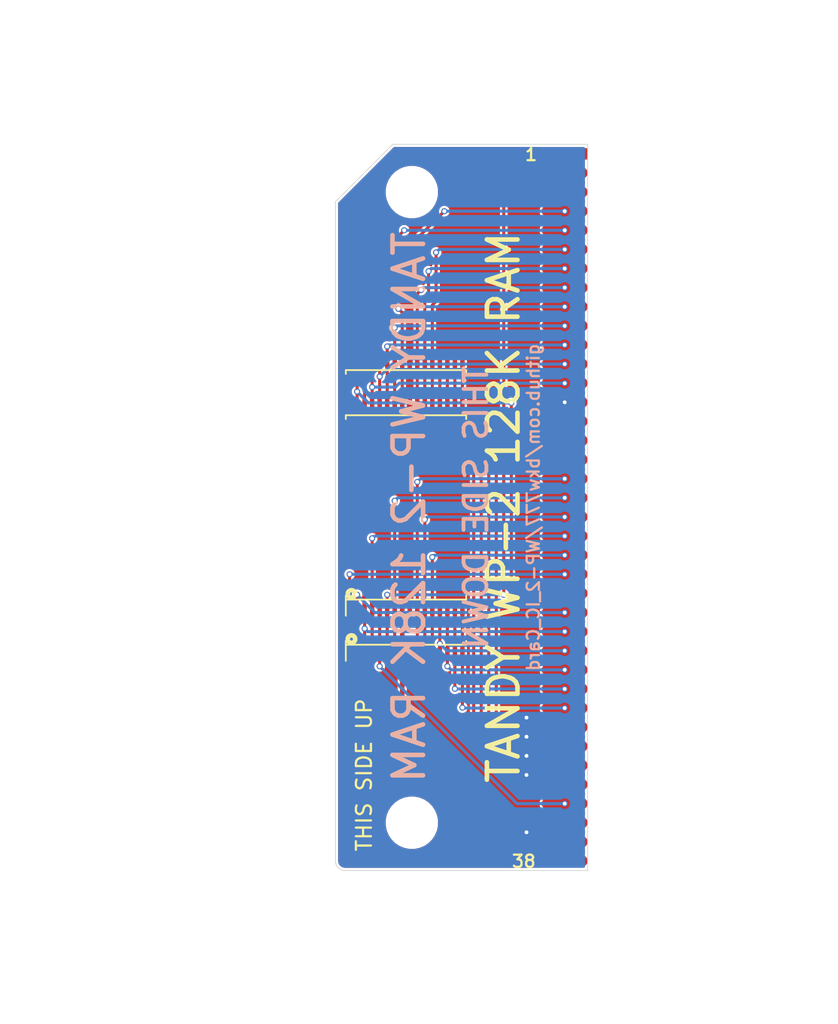
<source format=kicad_pcb>
(kicad_pcb (version 20171130) (host pcbnew 5.1.6-c6e7f7d~87~ubuntu20.04.1)

  (general
    (thickness 0.8)
    (drawings 37)
    (tracks 190)
    (zones 0)
    (modules 6)
    (nets 33)
  )

  (page USLetter)
  (title_block
    (title "WP-2 128K RAM IC-Card")
    (date 2020-09-26)
    (company "Brian K. White - b.kenyon.w@gmail.com")
  )

  (layers
    (0 F.Cu signal)
    (31 B.Cu signal)
    (32 B.Adhes user)
    (33 F.Adhes user)
    (34 B.Paste user)
    (35 F.Paste user)
    (36 B.SilkS user)
    (37 F.SilkS user)
    (38 B.Mask user)
    (39 F.Mask user)
    (40 Dwgs.User user)
    (41 Cmts.User user)
    (42 Eco1.User user)
    (43 Eco2.User user)
    (44 Edge.Cuts user)
    (45 Margin user)
    (46 B.CrtYd user hide)
    (47 F.CrtYd user hide)
    (48 B.Fab user hide)
    (49 F.Fab user hide)
  )

  (setup
    (last_trace_width 0.254)
    (user_trace_width 0.1524)
    (user_trace_width 0.1778)
    (user_trace_width 0.2032)
    (user_trace_width 0.3048)
    (user_trace_width 0.508)
    (trace_clearance 0.1524)
    (zone_clearance 0.508)
    (zone_45_only no)
    (trace_min 0.1524)
    (via_size 0.4064)
    (via_drill 0.254)
    (via_min_size 0.4064)
    (via_min_drill 0.254)
    (uvia_size 0.4064)
    (uvia_drill 0.254)
    (uvias_allowed no)
    (uvia_min_size 0.4064)
    (uvia_min_drill 0.254)
    (edge_width 0.05)
    (segment_width 0.2)
    (pcb_text_width 0.3)
    (pcb_text_size 1.5 1.5)
    (mod_edge_width 0.12)
    (mod_text_size 1 1)
    (mod_text_width 0.15)
    (pad_size 0.3 1)
    (pad_drill 0)
    (pad_to_mask_clearance 0)
    (aux_axis_origin 0 0)
    (grid_origin 158.75 99.695)
    (visible_elements FFFFFF7F)
    (pcbplotparams
      (layerselection 0x010fc_ffffffff)
      (usegerberextensions false)
      (usegerberattributes true)
      (usegerberadvancedattributes true)
      (creategerberjobfile true)
      (excludeedgelayer true)
      (linewidth 0.100000)
      (plotframeref false)
      (viasonmask false)
      (mode 1)
      (useauxorigin false)
      (hpglpennumber 1)
      (hpglpenspeed 20)
      (hpglpendiameter 15.000000)
      (psnegative false)
      (psa4output false)
      (plotreference true)
      (plotvalue true)
      (plotinvisibletext false)
      (padsonsilk false)
      (subtractmaskfromsilk false)
      (outputformat 1)
      (mirror false)
      (drillshape 1)
      (scaleselection 1)
      (outputdirectory ""))
  )

  (net 0 "")
  (net 1 GND)
  (net 2 /CE2)
  (net 3 /~CE1)
  (net 4 /~OE)
  (net 5 /D0)
  (net 6 /D1)
  (net 7 /D2)
  (net 8 /D3)
  (net 9 /D4)
  (net 10 /D5)
  (net 11 /D6)
  (net 12 /D7)
  (net 13 /A16)
  (net 14 /A15)
  (net 15 /A14)
  (net 16 /A13)
  (net 17 /A12)
  (net 18 /A11)
  (net 19 /A10)
  (net 20 /A9)
  (net 21 /A8)
  (net 22 /A7)
  (net 23 /A6)
  (net 24 /A5)
  (net 25 /A4)
  (net 26 /A3)
  (net 27 /A2)
  (net 28 /A1)
  (net 29 /A0)
  (net 30 /R~W)
  (net 31 VDD)
  (net 32 /~DET)

  (net_class Default "This is the default net class."
    (clearance 0.1524)
    (trace_width 0.254)
    (via_dia 0.4064)
    (via_drill 0.254)
    (uvia_dia 0.4064)
    (uvia_drill 0.254)
    (diff_pair_width 0.1524)
    (diff_pair_gap 0.2032)
    (add_net /A0)
    (add_net /A1)
    (add_net /A10)
    (add_net /A11)
    (add_net /A12)
    (add_net /A13)
    (add_net /A14)
    (add_net /A15)
    (add_net /A16)
    (add_net /A2)
    (add_net /A3)
    (add_net /A4)
    (add_net /A5)
    (add_net /A6)
    (add_net /A7)
    (add_net /A8)
    (add_net /A9)
    (add_net /CE2)
    (add_net /D0)
    (add_net /D1)
    (add_net /D2)
    (add_net /D3)
    (add_net /D4)
    (add_net /D5)
    (add_net /D6)
    (add_net /D7)
    (add_net /R~W)
    (add_net /~CE1)
    (add_net /~DET)
    (add_net /~OE)
    (add_net GND)
    (add_net VDD)
  )

  (module 0_LOCAL:Socket_Edge_1x38_1.27m (layer F.Cu) (tedit 5F70F573) (tstamp 5F712CF2)
    (at 155.12 76.2)
    (descr "Through hole straight socket strip, 1x38, 1.27mm pitch, single row")
    (tags "Through hole socket strip THT 1x38 1.27mm single row")
    (path /5F6EF0A3)
    (attr smd)
    (fp_text reference J1 (at -2.8956 4.4196 -90) (layer F.SilkS) hide
      (effects (font (size 1 1) (thickness 0.15)))
    )
    (fp_text value Conn_01x38_Female (at -2.921 23.114 -90) (layer F.Fab)
      (effects (font (size 1 1) (thickness 0.15)))
    )
    (fp_line (start 4.953 -0.762) (end 4.953 47.752) (layer F.Fab) (width 0.1))
    (fp_line (start 1.651 47.752) (end 4.953 47.752) (layer F.Fab) (width 0.1))
    (fp_line (start 1.651 47.752) (end 1.651 -0.762) (layer F.Fab) (width 0.1))
    (fp_line (start 4.953 -0.762) (end 1.651 -0.762) (layer F.Fab) (width 0.1))
    (fp_line (start -2.032 -0.635) (end -2.032 47.625) (layer F.CrtYd) (width 0.05))
    (fp_line (start -2.032 47.625) (end 1.651 47.625) (layer F.CrtYd) (width 0.05))
    (fp_line (start 1.651 47.625) (end 1.651 -0.635) (layer F.CrtYd) (width 0.05))
    (fp_line (start 1.651 -0.635) (end -2.032 -0.635) (layer F.CrtYd) (width 0.05))
    (fp_text user %R (at 0 -1.695) (layer F.Fab)
      (effects (font (size 1 1) (thickness 0.15)))
    )
    (pad 1 smd roundrect (at 0 0) (size 3.048 0.762) (layers F.Cu F.Paste F.Mask) (roundrect_rratio 0.1)
      (net 1 GND))
    (pad 2 smd oval (at 0 1.27) (size 3.048 0.762) (layers F.Cu F.Paste F.Mask)
      (net 32 /~DET))
    (pad 3 smd oval (at 0 2.54) (size 3.048 0.762) (layers F.Cu F.Paste F.Mask)
      (net 2 /CE2))
    (pad 4 smd oval (at 0 3.81) (size 3.048 0.762) (layers F.Cu F.Paste F.Mask)
      (net 3 /~CE1))
    (pad 5 smd oval (at 0 5.08) (size 3.048 0.762) (layers F.Cu F.Paste F.Mask)
      (net 4 /~OE))
    (pad 6 smd oval (at 0 6.35) (size 3.048 0.762) (layers F.Cu F.Paste F.Mask)
      (net 5 /D0))
    (pad 7 smd oval (at 0 7.62) (size 3.048 0.762) (layers F.Cu F.Paste F.Mask)
      (net 6 /D1))
    (pad 8 smd oval (at 0 8.89) (size 3.048 0.762) (layers F.Cu F.Paste F.Mask)
      (net 7 /D2))
    (pad 9 smd oval (at 0 10.16) (size 3.048 0.762) (layers F.Cu F.Paste F.Mask)
      (net 8 /D3))
    (pad 10 smd oval (at 0 11.43) (size 3.048 0.762) (layers F.Cu F.Paste F.Mask)
      (net 9 /D4))
    (pad 11 smd oval (at 0 12.7) (size 3.048 0.762) (layers F.Cu F.Paste F.Mask)
      (net 10 /D5))
    (pad 12 smd oval (at 0 13.97) (size 3.048 0.762) (layers F.Cu F.Paste F.Mask)
      (net 11 /D6))
    (pad 13 smd oval (at 0 15.24) (size 3.048 0.762) (layers F.Cu F.Paste F.Mask)
      (net 12 /D7))
    (pad 14 smd oval (at 0 16.51) (size 3.048 0.762) (layers F.Cu F.Paste F.Mask)
      (net 1 GND))
    (pad 15 smd oval (at 0 17.78) (size 3.048 0.762) (layers F.Cu F.Paste F.Mask))
    (pad 16 smd oval (at 0 19.05) (size 3.048 0.762) (layers F.Cu F.Paste F.Mask))
    (pad 17 smd oval (at 0 20.32) (size 3.048 0.762) (layers F.Cu F.Paste F.Mask))
    (pad 18 smd oval (at 0 21.59) (size 3.048 0.762) (layers F.Cu F.Paste F.Mask)
      (net 13 /A16))
    (pad 19 smd oval (at 0 22.86) (size 3.048 0.762) (layers F.Cu F.Paste F.Mask)
      (net 14 /A15))
    (pad 20 smd oval (at 0 24.13) (size 3.048 0.762) (layers F.Cu F.Paste F.Mask)
      (net 15 /A14))
    (pad 21 smd oval (at 0 25.4) (size 3.048 0.762) (layers F.Cu F.Paste F.Mask)
      (net 16 /A13))
    (pad 22 smd oval (at 0 26.67) (size 3.048 0.762) (layers F.Cu F.Paste F.Mask)
      (net 17 /A12))
    (pad 23 smd oval (at 0 27.94) (size 3.048 0.762) (layers F.Cu F.Paste F.Mask)
      (net 18 /A11))
    (pad 24 smd oval (at 0 29.21) (size 3.048 0.762) (layers F.Cu F.Paste F.Mask)
      (net 19 /A10))
    (pad 25 smd oval (at 0 30.48) (size 3.048 0.762) (layers F.Cu F.Paste F.Mask)
      (net 20 /A9))
    (pad 26 smd oval (at 0 31.75) (size 3.048 0.762) (layers F.Cu F.Paste F.Mask)
      (net 21 /A8))
    (pad 27 smd oval (at 0 33.02) (size 3.048 0.762) (layers F.Cu F.Paste F.Mask)
      (net 22 /A7))
    (pad 28 smd oval (at 0 34.29) (size 3.048 0.762) (layers F.Cu F.Paste F.Mask)
      (net 23 /A6))
    (pad 29 smd oval (at 0 35.56) (size 3.048 0.762) (layers F.Cu F.Paste F.Mask)
      (net 24 /A5))
    (pad 30 smd oval (at 0 36.83) (size 3.048 0.762) (layers F.Cu F.Paste F.Mask)
      (net 25 /A4))
    (pad 31 smd oval (at 0 38.1) (size 3.048 0.762) (layers F.Cu F.Paste F.Mask)
      (net 26 /A3))
    (pad 32 smd oval (at 0 39.37) (size 3.048 0.762) (layers F.Cu F.Paste F.Mask)
      (net 27 /A2))
    (pad 33 smd oval (at 0 40.64) (size 3.048 0.762) (layers F.Cu F.Paste F.Mask)
      (net 28 /A1))
    (pad 34 smd oval (at 0 41.91) (size 3.048 0.762) (layers F.Cu F.Paste F.Mask)
      (net 29 /A0))
    (pad 35 smd oval (at 0 43.18) (size 3.048 0.762) (layers F.Cu F.Paste F.Mask)
      (net 30 /R~W))
    (pad 36 smd oval (at 0 44.45) (size 3.048 0.762) (layers F.Cu F.Paste F.Mask))
    (pad 37 smd oval (at 0 45.72) (size 3.048 0.762) (layers F.Cu F.Paste F.Mask))
    (pad 38 smd oval (at 0 46.99) (size 3.048 0.762) (layers F.Cu F.Paste F.Mask)
      (net 31 VDD))
    (model ${KIPRJMOD}/3d/PinSocket_1x38_P1.27mm_Vertical.step
      (offset (xyz 1.524 0 0.0762))
      (scale (xyz 1 1 1))
      (rotate (xyz 0 -90 0))
    )
  )

  (module 0_LOCAL:Net_Tie_2p_8mil (layer F.Cu) (tedit 5F70D483) (tstamp 5F712C2A)
    (at 155.12 76.835 270)
    (path /5F8923B3)
    (fp_text reference NT1 (at 0 1.016 90) (layer F.SilkS) hide
      (effects (font (size 0.508 0.508) (thickness 0.1016)))
    )
    (fp_text value Net-Tie_2 (at 0 -2 90) (layer F.Fab)
      (effects (font (size 1 1) (thickness 0.01)))
    )
    (fp_line (start -0.2032 0) (end 0.2032 0) (layer F.Cu) (width 0.2032))
    (pad 2 smd circle (at 0.2032 0 270) (size 0.2032 0.2032) (layers F.Cu)
      (net 32 /~DET))
    (pad 1 smd circle (at -0.2032 0 270) (size 0.2032 0.2032) (layers F.Cu)
      (net 1 GND))
  )

  (module 0_LOCAL:TSOP32-20mm (layer F.Cu) (tedit 5F70AFE8) (tstamp 5F712BCE)
    (at 144.57 99.695)
    (descr "Module CMS TSOP 32 pins")
    (tags "CMS TSOP")
    (path /5F718069)
    (attr smd)
    (fp_text reference U1 (at 0.009 8.382 180) (layer F.SilkS) hide
      (effects (font (size 1 1) (thickness 0.15)))
    )
    (fp_text value "SRAM 128Kx8 5v Parallel" (at 0 5) (layer F.Fab)
      (effects (font (size 1 1) (thickness 0.15)))
    )
    (fp_circle (center -3.625 8.75) (end -3.525 8.75) (layer F.SilkS) (width 0.3))
    (fp_line (start -4 9.125) (end 4 9.125) (layer F.SilkS) (width 0.12))
    (fp_line (start 4 -9.125) (end -4 -9.125) (layer F.SilkS) (width 0.12))
    (fp_line (start -4 10.2) (end -4 8.875) (layer F.SilkS) (width 0.12))
    (fp_line (start 4 9.125) (end 4 8.875) (layer F.SilkS) (width 0.12))
    (fp_line (start -4 -9.125) (end -4 -8.875) (layer F.SilkS) (width 0.12))
    (fp_line (start 4 -9.125) (end 4 -8.875) (layer F.SilkS) (width 0.12))
    (fp_text user %R (at 0 0) (layer F.Fab)
      (effects (font (size 1 1) (thickness 0.15)))
    )
    (pad 1 smd roundrect (at -3.75 9.75) (size 0.3 1) (layers F.Cu F.Paste F.Mask) (roundrect_rratio 0.25)
      (net 18 /A11))
    (pad 2 smd roundrect (at -3.25 9.75) (size 0.3 1) (layers F.Cu F.Paste F.Mask) (roundrect_rratio 0.25)
      (net 20 /A9))
    (pad 3 smd roundrect (at -2.75 9.75) (size 0.3 1) (layers F.Cu F.Paste F.Mask) (roundrect_rratio 0.25)
      (net 21 /A8))
    (pad 4 smd roundrect (at -2.25 9.75) (size 0.3 1) (layers F.Cu F.Paste F.Mask) (roundrect_rratio 0.25)
      (net 16 /A13))
    (pad 5 smd roundrect (at -1.75 9.75) (size 0.3 1) (layers F.Cu F.Paste F.Mask) (roundrect_rratio 0.25)
      (net 30 /R~W))
    (pad 6 smd roundrect (at -1.25 9.75) (size 0.3 1) (layers F.Cu F.Paste F.Mask) (roundrect_rratio 0.25)
      (net 2 /CE2))
    (pad 7 smd roundrect (at -0.75 9.75) (size 0.3 1) (layers F.Cu F.Paste F.Mask) (roundrect_rratio 0.25)
      (net 14 /A15))
    (pad 8 smd roundrect (at -0.25 9.75) (size 0.3 1) (layers F.Cu F.Paste F.Mask) (roundrect_rratio 0.25)
      (net 31 VDD))
    (pad 9 smd roundrect (at 0.25 9.75) (size 0.3 1) (layers F.Cu F.Paste F.Mask) (roundrect_rratio 0.25))
    (pad 10 smd roundrect (at 0.75 9.75) (size 0.3 1) (layers F.Cu F.Paste F.Mask) (roundrect_rratio 0.25)
      (net 13 /A16))
    (pad 11 smd roundrect (at 1.25 9.75) (size 0.3 1) (layers F.Cu F.Paste F.Mask) (roundrect_rratio 0.25)
      (net 15 /A14))
    (pad 12 smd roundrect (at 1.75 9.75) (size 0.3 1) (layers F.Cu F.Paste F.Mask) (roundrect_rratio 0.25)
      (net 17 /A12))
    (pad 13 smd roundrect (at 2.25 9.75) (size 0.3 1) (layers F.Cu F.Paste F.Mask) (roundrect_rratio 0.25)
      (net 22 /A7))
    (pad 14 smd roundrect (at 2.75 9.75) (size 0.3 1) (layers F.Cu F.Paste F.Mask) (roundrect_rratio 0.25)
      (net 23 /A6))
    (pad 15 smd roundrect (at 3.25 9.75) (size 0.3 1) (layers F.Cu F.Paste F.Mask) (roundrect_rratio 0.25)
      (net 24 /A5))
    (pad 16 smd roundrect (at 3.75 9.75) (size 0.3 1) (layers F.Cu F.Paste F.Mask) (roundrect_rratio 0.25)
      (net 25 /A4))
    (pad 17 smd roundrect (at 3.75 -9.75) (size 0.3 1) (layers F.Cu F.Paste F.Mask) (roundrect_rratio 0.25)
      (net 26 /A3))
    (pad 18 smd roundrect (at 3.25 -9.75) (size 0.3 1) (layers F.Cu F.Paste F.Mask) (roundrect_rratio 0.25)
      (net 27 /A2))
    (pad 19 smd roundrect (at 2.75 -9.75) (size 0.3 1) (layers F.Cu F.Paste F.Mask) (roundrect_rratio 0.25)
      (net 28 /A1))
    (pad 20 smd roundrect (at 2.25 -9.75) (size 0.3 1) (layers F.Cu F.Paste F.Mask) (roundrect_rratio 0.25)
      (net 29 /A0))
    (pad 21 smd roundrect (at 1.75 -9.75) (size 0.3 1) (layers F.Cu F.Paste F.Mask) (roundrect_rratio 0.25)
      (net 5 /D0))
    (pad 22 smd roundrect (at 1.25 -9.75) (size 0.3 1) (layers F.Cu F.Paste F.Mask) (roundrect_rratio 0.25)
      (net 6 /D1))
    (pad 23 smd roundrect (at 0.75 -9.75) (size 0.3 1) (layers F.Cu F.Paste F.Mask) (roundrect_rratio 0.25)
      (net 7 /D2))
    (pad 24 smd roundrect (at 0.25 -9.75) (size 0.3 1) (layers F.Cu F.Paste F.Mask) (roundrect_rratio 0.25)
      (net 1 GND))
    (pad 25 smd roundrect (at -0.25 -9.75) (size 0.3 1) (layers F.Cu F.Paste F.Mask) (roundrect_rratio 0.25)
      (net 8 /D3))
    (pad 26 smd roundrect (at -0.75 -9.75) (size 0.3 1) (layers F.Cu F.Paste F.Mask) (roundrect_rratio 0.25)
      (net 9 /D4))
    (pad 27 smd roundrect (at -1.25 -9.75) (size 0.3 1) (layers F.Cu F.Paste F.Mask) (roundrect_rratio 0.25)
      (net 10 /D5))
    (pad 28 smd roundrect (at -1.75 -9.75) (size 0.3 1) (layers F.Cu F.Paste F.Mask) (roundrect_rratio 0.25)
      (net 11 /D6))
    (pad 29 smd roundrect (at -2.25 -9.75) (size 0.3 1) (layers F.Cu F.Paste F.Mask) (roundrect_rratio 0.25)
      (net 12 /D7))
    (pad 30 smd roundrect (at -2.75 -9.75) (size 0.3 1) (layers F.Cu F.Paste F.Mask) (roundrect_rratio 0.25)
      (net 3 /~CE1))
    (pad 31 smd roundrect (at -3.25 -9.75) (size 0.3 1) (layers F.Cu F.Paste F.Mask) (roundrect_rratio 0.25)
      (net 19 /A10))
    (pad 32 smd roundrect (at -3.75 -9.75) (size 0.3 1) (layers F.Cu F.Paste F.Mask) (roundrect_rratio 0.25)
      (net 4 /~OE))
    (model ${KIPRJMOD}/3d/TSOP32_8X20.step
      (at (xyz 0 0 0))
      (scale (xyz 1 1 1))
      (rotate (xyz 0 0 -90))
    )
  )

  (module 0_LOCAL:TSOP32-14mm (layer F.Cu) (tedit 5F70AFD9) (tstamp 5F712C60)
    (at 144.57 99.695)
    (descr "Module CMS TSOP 32 pins")
    (tags "CMS TSOP")
    (path /5F906116)
    (attr virtual)
    (fp_text reference U2 (at 0 5.334 180) (layer F.SilkS) hide
      (effects (font (size 1 1) (thickness 0.15)))
    )
    (fp_text value "SRAM 128Kx8 5v Parallel" (at 1.27 0 90) (layer F.Fab)
      (effects (font (size 1 1) (thickness 0.15)))
    )
    (fp_circle (center -3.625 5.75) (end -3.525 5.75) (layer F.SilkS) (width 0.3))
    (fp_line (start -4 6.125) (end 4 6.125) (layer F.SilkS) (width 0.12))
    (fp_line (start 4 -6.125) (end -4 -6.125) (layer F.SilkS) (width 0.12))
    (fp_line (start -4 7.2) (end -4 5.875) (layer F.SilkS) (width 0.12))
    (fp_line (start 4 6.125) (end 4 5.875) (layer F.SilkS) (width 0.12))
    (fp_line (start -4 -6.125) (end -4 -5.875) (layer F.SilkS) (width 0.12))
    (fp_line (start 4 -6.125) (end 4 -5.875) (layer F.SilkS) (width 0.12))
    (pad 1 smd roundrect (at -3.75 6.75) (size 0.3 1) (layers F.Cu F.Paste F.Mask) (roundrect_rratio 0.25)
      (net 18 /A11))
    (pad 2 smd roundrect (at -3.25 6.75) (size 0.3 1) (layers F.Cu F.Paste F.Mask) (roundrect_rratio 0.25)
      (net 20 /A9))
    (pad 3 smd roundrect (at -2.75 6.75) (size 0.3 1) (layers F.Cu F.Paste F.Mask) (roundrect_rratio 0.25)
      (net 21 /A8))
    (pad 4 smd roundrect (at -2.25 6.75) (size 0.3 1) (layers F.Cu F.Paste F.Mask) (roundrect_rratio 0.25)
      (net 16 /A13))
    (pad 5 smd roundrect (at -1.75 6.75) (size 0.3 1) (layers F.Cu F.Paste F.Mask) (roundrect_rratio 0.25)
      (net 30 /R~W))
    (pad 6 smd roundrect (at -1.25 6.75) (size 0.3 1) (layers F.Cu F.Paste F.Mask) (roundrect_rratio 0.25)
      (net 2 /CE2))
    (pad 7 smd roundrect (at -0.75 6.75) (size 0.3 1) (layers F.Cu F.Paste F.Mask) (roundrect_rratio 0.25)
      (net 14 /A15))
    (pad 8 smd roundrect (at -0.25 6.75) (size 0.3 1) (layers F.Cu F.Paste F.Mask) (roundrect_rratio 0.25)
      (net 31 VDD))
    (pad 9 smd roundrect (at 0.25 6.75) (size 0.3 1) (layers F.Cu F.Paste F.Mask) (roundrect_rratio 0.25))
    (pad 10 smd roundrect (at 0.75 6.75) (size 0.3 1) (layers F.Cu F.Paste F.Mask) (roundrect_rratio 0.25)
      (net 13 /A16))
    (pad 11 smd roundrect (at 1.25 6.75) (size 0.3 1) (layers F.Cu F.Paste F.Mask) (roundrect_rratio 0.25)
      (net 15 /A14))
    (pad 12 smd roundrect (at 1.75 6.75) (size 0.3 1) (layers F.Cu F.Paste F.Mask) (roundrect_rratio 0.25)
      (net 17 /A12))
    (pad 13 smd roundrect (at 2.25 6.75) (size 0.3 1) (layers F.Cu F.Paste F.Mask) (roundrect_rratio 0.25)
      (net 22 /A7))
    (pad 14 smd roundrect (at 2.75 6.75) (size 0.3 1) (layers F.Cu F.Paste F.Mask) (roundrect_rratio 0.25)
      (net 23 /A6))
    (pad 15 smd roundrect (at 3.25 6.75) (size 0.3 1) (layers F.Cu F.Paste F.Mask) (roundrect_rratio 0.25)
      (net 24 /A5))
    (pad 16 smd roundrect (at 3.75 6.75) (size 0.3 1) (layers F.Cu F.Paste F.Mask) (roundrect_rratio 0.25)
      (net 25 /A4))
    (pad 17 smd roundrect (at 3.75 -6.75) (size 0.3 1) (layers F.Cu F.Paste F.Mask) (roundrect_rratio 0.25)
      (net 26 /A3))
    (pad 18 smd roundrect (at 3.25 -6.75) (size 0.3 1) (layers F.Cu F.Paste F.Mask) (roundrect_rratio 0.25)
      (net 27 /A2))
    (pad 19 smd roundrect (at 2.75 -6.75) (size 0.3 1) (layers F.Cu F.Paste F.Mask) (roundrect_rratio 0.25)
      (net 28 /A1))
    (pad 20 smd roundrect (at 2.25 -6.75) (size 0.3 1) (layers F.Cu F.Paste F.Mask) (roundrect_rratio 0.25)
      (net 29 /A0))
    (pad 21 smd roundrect (at 1.75 -6.75) (size 0.3 1) (layers F.Cu F.Paste F.Mask) (roundrect_rratio 0.25)
      (net 5 /D0))
    (pad 22 smd roundrect (at 1.25 -6.75) (size 0.3 1) (layers F.Cu F.Paste F.Mask) (roundrect_rratio 0.25)
      (net 6 /D1))
    (pad 23 smd roundrect (at 0.75 -6.75) (size 0.3 1) (layers F.Cu F.Paste F.Mask) (roundrect_rratio 0.25)
      (net 7 /D2))
    (pad 24 smd roundrect (at 0.25 -6.75) (size 0.3 1) (layers F.Cu F.Paste F.Mask) (roundrect_rratio 0.25)
      (net 1 GND))
    (pad 25 smd roundrect (at -0.25 -6.75) (size 0.3 1) (layers F.Cu F.Paste F.Mask) (roundrect_rratio 0.25)
      (net 8 /D3))
    (pad 26 smd roundrect (at -0.75 -6.75) (size 0.3 1) (layers F.Cu F.Paste F.Mask) (roundrect_rratio 0.25)
      (net 9 /D4))
    (pad 27 smd roundrect (at -1.25 -6.75) (size 0.3 1) (layers F.Cu F.Paste F.Mask) (roundrect_rratio 0.25)
      (net 10 /D5))
    (pad 28 smd roundrect (at -1.75 -6.75) (size 0.3 1) (layers F.Cu F.Paste F.Mask) (roundrect_rratio 0.25)
      (net 11 /D6))
    (pad 29 smd roundrect (at -2.25 -6.75) (size 0.3 1) (layers F.Cu F.Paste F.Mask) (roundrect_rratio 0.25)
      (net 12 /D7))
    (pad 30 smd roundrect (at -2.75 -6.75) (size 0.3 1) (layers F.Cu F.Paste F.Mask) (roundrect_rratio 0.25)
      (net 3 /~CE1))
    (pad 31 smd roundrect (at -3.25 -6.75) (size 0.3 1) (layers F.Cu F.Paste F.Mask) (roundrect_rratio 0.25)
      (net 19 /A10))
    (pad 32 smd roundrect (at -3.75 -6.75) (size 0.3 1) (layers F.Cu F.Paste F.Mask) (roundrect_rratio 0.25)
      (net 4 /~OE))
    (model ${KIPRJMOD}/3d/TSOP32_8x14.step
      (at (xyz 0 0 0))
      (scale (xyz 1 1 1))
      (rotate (xyz 0 0 -90))
    )
  )

  (module 0_LOCAL:npth_125 locked (layer F.Cu) (tedit 5F6ED619) (tstamp 5F712CB8)
    (at 144.96 120.65)
    (fp_text reference REF** (at 0 4.445) (layer F.SilkS) hide
      (effects (font (size 4 4) (thickness 0.12)))
    )
    (fp_text value npth_125 (at 0 -2) (layer F.Fab)
      (effects (font (size 4 4) (thickness 0.01)))
    )
    (pad "" np_thru_hole circle (at 0 0) (size 3.175 3.175) (drill 3.175) (layers *.Cu *.Mask))
  )

  (module 0_LOCAL:npth_125 locked (layer F.Cu) (tedit 5F6ED619) (tstamp 5F712D5A)
    (at 144.96 78.74)
    (fp_text reference REF** (at 0 4.445) (layer F.SilkS) hide
      (effects (font (size 4 4) (thickness 0.12)))
    )
    (fp_text value npth_125 (at 0 -2) (layer F.Fab)
      (effects (font (size 4 4) (thickness 0.01)))
    )
    (pad "" np_thru_hole circle (at 0 0) (size 3.175 3.175) (drill 3.175) (layers *.Cu *.Mask))
  )

  (gr_text "TANDY WP-2 128K RAM" (at 144.78 99.695 -270) (layer B.SilkS) (tstamp 5F71586A)
    (effects (font (size 2.032 2.032) (thickness 0.3048)) (justify mirror))
  )
  (gr_text "THIS SIDE DOWN" (at 149.225 99.695 -270) (layer B.SilkS) (tstamp 5F712A06)
    (effects (font (size 1.524 1.524) (thickness 0.254)) (justify mirror))
  )
  (gr_text "THIS SIDE UP" (at 141.785 117.475 90) (layer F.SilkS) (tstamp 5F712A09)
    (effects (font (size 1 1) (thickness 0.15)))
  )
  (gr_line (start 156.644 75.565) (end 156.644 123.825) (layer Edge.Cuts) (width 0.05) (tstamp 5F714CE7))
  (gr_line (start 162.7632 76.2) (end 163.0172 75.946) (layer Dwgs.User) (width 0.15) (tstamp 5F7131A0))
  (gr_line (start 162.7632 76.2) (end 163.0172 76.454) (layer Dwgs.User) (width 0.15) (tstamp 5F71319F))
  (gr_line (start 162.7632 76.2) (end 164.6936 76.2) (layer Dwgs.User) (width 0.15) (tstamp 5F71319E))
  (gr_text "Socket header 4.4mm" (at 168.3004 77.597) (layer Dwgs.User) (tstamp 5F713196)
    (effects (font (size 0.6 0.6) (thickness 0.06)))
  )
  (gr_line (start 161.1376 77.597) (end 161.3916 77.343) (layer Dwgs.User) (width 0.15))
  (gr_line (start 161.1376 77.597) (end 163.068 77.597) (layer Dwgs.User) (width 0.15))
  (gr_line (start 161.1376 77.597) (end 161.3916 77.851) (layer Dwgs.User) (width 0.15))
  (gr_line (start 161.0418 75.565) (end 156.6418 75.565) (layer Dwgs.User) (width 0.15) (tstamp 5F71317F))
  (gr_line (start 161.0418 123.825) (end 161.0418 75.565) (layer Dwgs.User) (width 0.15))
  (gr_line (start 156.6418 123.825) (end 161.0418 123.825) (layer Dwgs.User) (width 0.15))
  (gr_line (start 156.6418 75.565) (end 156.6418 123.825) (layer Dwgs.User) (width 0.15))
  (gr_text "Pins 6.0mm" (at 167.5892 76.2) (layer Dwgs.User)
    (effects (font (size 0.6 0.6) (thickness 0.06)))
  )
  (gr_line (start 162.55 76.2) (end 156.85 76.2) (layer Dwgs.User) (width 0.4))
  (gr_line (start 162.6448 75.565) (end 162.641991 123.825) (layer Dwgs.User) (width 0.15) (tstamp 5F713041))
  (gr_text CARD (at 119 99 90) (layer Dwgs.User) (tstamp 5F714189)
    (effects (font (size 1 1) (thickness 0.15)))
  )
  (gr_text WP-2 (at 133 99 90) (layer Dwgs.User)
    (effects (font (size 1 1) (thickness 0.15)))
  )
  (gr_line (start 131.4 66) (end 131.4 134) (layer Dwgs.User) (width 0.05))
  (gr_arc (start 120.6586 123.6952) (end 117.6586 123.6952) (angle -90) (layer Dwgs.User) (width 0.15) (tstamp 5F713C7E))
  (gr_arc (start 120.6586 75.6948) (end 120.6586 72.6948) (angle -90) (layer Dwgs.User) (width 0.15) (tstamp 5F713C66))
  (gr_arc (start 159.6448 123.6952) (end 159.6448 126.6952) (angle -87.52023621) (layer Dwgs.User) (width 0.15) (tstamp 5F713C59))
  (gr_arc (start 159.6448 75.6948) (end 162.6448 75.565) (angle -87.52254777) (layer Dwgs.User) (width 0.15))
  (gr_line (start 139.88 79.375) (end 139.88 123.19) (layer Edge.Cuts) (width 0.05) (tstamp 5F712D63))
  (gr_line (start 143.69 75.565) (end 139.88 79.375) (layer Edge.Cuts) (width 0.05) (tstamp 5F712D66))
  (gr_arc (start 140.515 123.19) (end 139.88 123.19) (angle -90) (layer Edge.Cuts) (width 0.05) (tstamp 5F712A03))
  (gr_text 38 (at 152.4022 123.2154) (layer F.SilkS) (tstamp 5F712A00)
    (effects (font (size 0.8128 0.8128) (thickness 0.1524)))
  )
  (gr_text 1 (at 152.8848 76.2508) (layer F.SilkS) (tstamp 5F7129FD)
    (effects (font (size 0.8128 0.8128) (thickness 0.1524)))
  )
  (gr_text github.com/bkw777/WP-2_IC_Card (at 153.035 99.695 -270) (layer B.SilkS) (tstamp 5F7129FA)
    (effects (font (size 0.8128 0.8128) (thickness 0.1524)) (justify mirror))
  )
  (gr_text "TANDY WP-2 128K RAM" (at 151.056 99.695 -270) (layer F.SilkS) (tstamp 5F7129F7)
    (effects (font (size 2.032 2.032) (thickness 0.3048)))
  )
  (gr_line (start 120.6586 126.6952) (end 159.6448 126.6952) (layer Dwgs.User) (width 0.15) (tstamp 5F6F08D5))
  (gr_line (start 117.6586 75.6948) (end 117.6586 123.6952) (layer Dwgs.User) (width 0.15) (tstamp 5F713C75))
  (gr_line (start 159.6448 72.6948) (end 120.6586 72.6948) (layer Dwgs.User) (width 0.15))
  (gr_line (start 140.515 123.825) (end 156.644 123.825) (layer Edge.Cuts) (width 0.05) (tstamp 5F7129F1))
  (gr_line (start 156.644 75.565) (end 143.69 75.565) (layer Edge.Cuts) (width 0.05) (tstamp 5F7129EE))

  (via (at 155.12 92.71) (size 0.4064) (drill 0.254) (layers F.Cu B.Cu) (net 1) (tstamp 5F712949))
  (via (at 152.58 113.665) (size 0.4064) (drill 0.254) (layers F.Cu B.Cu) (net 1) (tstamp 5F712ABA))
  (segment (start 155.12 76.6318) (end 155.12 76.2) (width 0.2032) (layer F.Cu) (net 1) (tstamp 5F712970))
  (via (at 152.58 121.285) (size 0.4064) (drill 0.254) (layers F.Cu B.Cu) (net 1) (tstamp 5F71294C))
  (via (at 152.58 114.935) (size 0.4064) (drill 0.254) (layers F.Cu B.Cu) (net 1) (tstamp 5F7129EB))
  (via (at 152.58 116.205) (size 0.4064) (drill 0.254) (layers F.Cu B.Cu) (net 1) (tstamp 5F7129F4))
  (via (at 152.58 117.475) (size 0.4064) (drill 0.254) (layers F.Cu B.Cu) (net 1) (tstamp 5F71295B))
  (segment (start 143.32 105.5) (end 143.32 105.5) (width 0.254) (layer F.Cu) (net 2) (tstamp 5F712958))
  (via (at 143.32 105.5) (size 0.4064) (drill 0.254) (layers F.Cu B.Cu) (net 2) (tstamp 5F712955))
  (segment (start 143.32 105.5) (end 151.07 105.5) (width 0.2032) (layer B.Cu) (net 2) (tstamp 5F712952))
  (segment (start 151.07 105.5) (end 151.07 105.5) (width 0.254) (layer B.Cu) (net 2) (tstamp 5F71294F))
  (via (at 151.07 105.5) (size 0.4064) (drill 0.254) (layers F.Cu B.Cu) (net 2) (tstamp 5F7129A6))
  (segment (start 151.07 105.5) (end 151.07 79.5) (width 0.2032) (layer F.Cu) (net 2) (tstamp 5F7129A3))
  (segment (start 151.83 78.74) (end 155.12 78.74) (width 0.2032) (layer F.Cu) (net 2) (tstamp 5F7129A0))
  (segment (start 151.07 79.5) (end 151.83 78.74) (width 0.2032) (layer F.Cu) (net 2) (tstamp 5F71299D))
  (segment (start 143.32 109.445) (end 143.32 105.5) (width 0.2032) (layer F.Cu) (net 2) (tstamp 5F71299A))
  (via (at 155.12 80.01) (size 0.4064) (drill 0.254) (layers F.Cu B.Cu) (net 3) (tstamp 5F712A1E))
  (segment (start 147.119 80.01) (end 155.12 80.01) (width 0.2032) (layer B.Cu) (net 3) (tstamp 5F712A1B))
  (via (at 147.119 80.01) (size 0.4064) (drill 0.254) (layers F.Cu B.Cu) (net 3) (tstamp 5F712A18))
  (segment (start 141.82 85.309) (end 147.119 80.01) (width 0.2032) (layer F.Cu) (net 3) (tstamp 5F712A15))
  (segment (start 141.82 92.945) (end 141.82 85.309) (width 0.2032) (layer F.Cu) (net 3) (tstamp 5F7129E8))
  (via (at 155.12 81.28) (size 0.4064) (drill 0.254) (layers F.Cu B.Cu) (net 4) (tstamp 5F7129E5))
  (segment (start 144.452 81.28) (end 155.12 81.28) (width 0.2032) (layer B.Cu) (net 4) (tstamp 5F7129C1))
  (via (at 144.452 81.28) (size 0.4064) (drill 0.254) (layers F.Cu B.Cu) (net 4) (tstamp 5F7129BE))
  (segment (start 140.82 84.912) (end 144.452 81.28) (width 0.2032) (layer F.Cu) (net 4) (tstamp 5F7129BB))
  (segment (start 140.82 92.945) (end 140.82 84.912) (width 0.2032) (layer F.Cu) (net 4) (tstamp 5F7129CD))
  (via (at 155.12 82.55) (size 0.4064) (drill 0.254) (layers F.Cu B.Cu) (net 5) (tstamp 5F7129E2))
  (segment (start 146.32 92.945) (end 146.32 89.945) (width 0.2032) (layer F.Cu) (net 5) (tstamp 5F7129DF))
  (segment (start 146.32 86.25) (end 146.32 89.945) (width 0.2032) (layer F.Cu) (net 5) (tstamp 5F7129DC))
  (segment (start 146.57 82.75) (end 146.57 86) (width 0.2032) (layer F.Cu) (net 5) (tstamp 5F7129D9))
  (segment (start 146.77 82.55) (end 155.12 82.55) (width 0.2032) (layer B.Cu) (net 5) (tstamp 5F712A12))
  (segment (start 146.57 82.75) (end 146.77 82.55) (width 0.2032) (layer B.Cu) (net 5) (tstamp 5F712A0F))
  (segment (start 146.57 86) (end 146.32 86.25) (width 0.2032) (layer F.Cu) (net 5) (tstamp 5F712A0C))
  (via (at 146.57 82.75) (size 0.4064) (drill 0.254) (layers F.Cu B.Cu) (net 5) (tstamp 5F7129B8))
  (via (at 155.12 83.82) (size 0.4064) (drill 0.254) (layers F.Cu B.Cu) (net 6) (tstamp 5F7129B5))
  (segment (start 146.07 85.75) (end 145.82 86) (width 0.2032) (layer F.Cu) (net 6) (tstamp 5F7129B2))
  (segment (start 146.07 84) (end 146.07 85.75) (width 0.2032) (layer F.Cu) (net 6) (tstamp 5F7129AF))
  (segment (start 145.82 86) (end 145.82 89.945) (width 0.2032) (layer F.Cu) (net 6) (tstamp 5F7129AC))
  (segment (start 146.25 83.82) (end 155.12 83.82) (width 0.2032) (layer B.Cu) (net 6) (tstamp 5F7129A9))
  (segment (start 146.07 84) (end 146.25 83.82) (width 0.2032) (layer B.Cu) (net 6) (tstamp 5F712A2D))
  (via (at 146.07 84) (size 0.4064) (drill 0.254) (layers F.Cu B.Cu) (net 6) (tstamp 5F712A2A))
  (segment (start 145.82 92.945) (end 145.82 89.945) (width 0.2032) (layer F.Cu) (net 6) (tstamp 5F712A27))
  (via (at 155.12 85.09) (size 0.4064) (drill 0.254) (layers F.Cu B.Cu) (net 7) (tstamp 5F712A24))
  (segment (start 145.32 92.945) (end 145.32 89.945) (width 0.2032) (layer F.Cu) (net 7) (tstamp 5F712A21))
  (segment (start 145.32 85.5) (end 145.32 89.945) (width 0.2032) (layer F.Cu) (net 7) (tstamp 5F712A3C))
  (segment (start 145.57 85.25) (end 145.32 85.5) (width 0.2032) (layer F.Cu) (net 7) (tstamp 5F712A39))
  (segment (start 145.73 85.09) (end 155.12 85.09) (width 0.2032) (layer B.Cu) (net 7) (tstamp 5F712A36))
  (segment (start 145.57 85.25) (end 145.73 85.09) (width 0.2032) (layer B.Cu) (net 7) (tstamp 5F712A33))
  (via (at 145.57 85.25) (size 0.4064) (drill 0.254) (layers F.Cu B.Cu) (net 7) (tstamp 5F712A30))
  (via (at 155.12 86.36) (size 0.4064) (drill 0.254) (layers F.Cu B.Cu) (net 8) (tstamp 5F712982))
  (segment (start 144.32 92.945) (end 144.32 89.945) (width 0.2032) (layer F.Cu) (net 8) (tstamp 5F71297F))
  (segment (start 144.32 86.75) (end 144.32 89.945) (width 0.2032) (layer F.Cu) (net 8) (tstamp 5F71297C))
  (segment (start 144.07 86.5) (end 144.32 86.75) (width 0.2032) (layer F.Cu) (net 8) (tstamp 5F712979))
  (segment (start 144.21 86.36) (end 155.12 86.36) (width 0.2032) (layer B.Cu) (net 8) (tstamp 5F712976))
  (segment (start 144.07 86.5) (end 144.21 86.36) (width 0.2032) (layer B.Cu) (net 8) (tstamp 5F712973))
  (via (at 144.07 86.5) (size 0.4064) (drill 0.254) (layers F.Cu B.Cu) (net 8) (tstamp 5F712B7D))
  (via (at 155.12 87.63) (size 0.4064) (drill 0.254) (layers F.Cu B.Cu) (net 9) (tstamp 5F712B7A))
  (segment (start 143.94 87.63) (end 155.12 87.63) (width 0.2032) (layer B.Cu) (net 9) (tstamp 5F712B77))
  (segment (start 143.82 87.75) (end 143.94 87.63) (width 0.2032) (layer B.Cu) (net 9) (tstamp 5F712B74))
  (via (at 143.82 87.75) (size 0.4064) (drill 0.254) (layers F.Cu B.Cu) (net 9) (tstamp 5F712A7E))
  (segment (start 143.82 92.945) (end 143.82 89.945) (width 0.2032) (layer F.Cu) (net 9) (tstamp 5F712A7B))
  (segment (start 143.82 89.945) (end 143.82 87.75) (width 0.2032) (layer F.Cu) (net 9) (tstamp 5F712A78))
  (via (at 155.12 88.9) (size 0.4064) (drill 0.254) (layers F.Cu B.Cu) (net 10) (tstamp 5F712A75))
  (segment (start 143.42 88.9) (end 155.12 88.9) (width 0.2032) (layer B.Cu) (net 10) (tstamp 5F712A72))
  (segment (start 143.32 89) (end 143.42 88.9) (width 0.2032) (layer B.Cu) (net 10) (tstamp 5F712A6F))
  (via (at 143.32 89) (size 0.4064) (drill 0.254) (layers F.Cu B.Cu) (net 10) (tstamp 5F712AFC))
  (segment (start 143.32 89.945) (end 143.32 89) (width 0.2032) (layer F.Cu) (net 10) (tstamp 5F712AF9))
  (segment (start 143.32 89.945) (end 143.32 92.945) (width 0.2032) (layer F.Cu) (net 10) (tstamp 5F712AF6))
  (via (at 155.12 90.17) (size 0.4064) (drill 0.254) (layers F.Cu B.Cu) (net 11) (tstamp 5F712AF3))
  (segment (start 143.65 90.17) (end 155.12 90.17) (width 0.2032) (layer B.Cu) (net 11) (tstamp 5F712AF0))
  (segment (start 142.82 91) (end 143.65 90.17) (width 0.2032) (layer B.Cu) (net 11) (tstamp 5F712A6C))
  (via (at 142.82 91) (size 0.4064) (drill 0.254) (layers F.Cu B.Cu) (net 11) (tstamp 5F712B0B))
  (segment (start 142.82 91) (end 142.82 92.945) (width 0.2032) (layer F.Cu) (net 11) (tstamp 5F712B08))
  (segment (start 142.82 91) (end 142.82 89.945) (width 0.2032) (layer F.Cu) (net 11) (tstamp 5F712B05))
  (via (at 155.12 91.44) (size 0.4064) (drill 0.254) (layers F.Cu B.Cu) (net 12) (tstamp 5F712B02))
  (segment (start 142.32 92.9339) (end 142.3311 92.945) (width 0.254) (layer F.Cu) (net 12) (tstamp 5F712AFF))
  (segment (start 144.13 91.44) (end 155.12 91.44) (width 0.2032) (layer B.Cu) (net 12) (tstamp 5F712B8F))
  (segment (start 143.87 91.7) (end 144.13 91.44) (width 0.2032) (layer B.Cu) (net 12) (tstamp 5F712B8C))
  (segment (start 142.32 91.7) (end 143.87 91.7) (width 0.2032) (layer B.Cu) (net 12) (tstamp 5F712B89))
  (via (at 142.32 91.7) (size 0.4064) (drill 0.254) (layers F.Cu B.Cu) (net 12) (tstamp 5F712B86) (status 1000000))
  (segment (start 142.32 91.7) (end 142.32 92.945) (width 0.2032) (layer F.Cu) (net 12) (tstamp 5F712B83))
  (segment (start 142.32 91.7) (end 142.32 89.945) (width 0.2032) (layer F.Cu) (net 12) (tstamp 5F712B80))
  (segment (start 155.12 97.79) (end 155.12 97.79) (width 0.254) (layer F.Cu) (net 13) (tstamp 5F712BA1))
  (via (at 155.12 97.79) (size 0.4064) (drill 0.254) (layers F.Cu B.Cu) (net 13) (tstamp 5F712B9E))
  (segment (start 155.12 97.79) (end 145.53 97.79) (width 0.2032) (layer B.Cu) (net 13) (tstamp 5F712B9B))
  (segment (start 145.53 97.79) (end 145.32 98) (width 0.2032) (layer B.Cu) (net 13) (tstamp 5F712B98))
  (segment (start 145.32 98) (end 145.32 98) (width 0.254) (layer B.Cu) (net 13) (tstamp 5F712B95))
  (via (at 145.32 98) (size 0.4064) (drill 0.254) (layers F.Cu B.Cu) (net 13) (tstamp 5F712B92))
  (segment (start 145.32 98) (end 145.32 109.445) (width 0.2032) (layer F.Cu) (net 13) (tstamp 5F712A90))
  (via (at 155.12 99.06) (size 0.4064) (drill 0.254) (layers F.Cu B.Cu) (net 14) (tstamp 5F712A8D))
  (segment (start 155.12 99.06) (end 144.01 99.06) (width 0.2032) (layer B.Cu) (net 14) (tstamp 5F712A8A))
  (segment (start 144.01 99.06) (end 143.82 99.25) (width 0.2032) (layer B.Cu) (net 14) (tstamp 5F712A87))
  (segment (start 143.82 99.25) (end 143.82 99.25) (width 0.254) (layer B.Cu) (net 14) (tstamp 5F712A84))
  (via (at 143.82 99.25) (size 0.4064) (drill 0.254) (layers F.Cu B.Cu) (net 14) (tstamp 5F712A81))
  (segment (start 143.82 109.445) (end 143.82 99.25) (width 0.2032) (layer F.Cu) (net 14) (tstamp 5F712ACC))
  (segment (start 155.12 100.33) (end 155.12 100.33) (width 0.254) (layer F.Cu) (net 15) (tstamp 5F712AC9))
  (via (at 155.12 100.33) (size 0.4064) (drill 0.254) (layers F.Cu B.Cu) (net 15) (tstamp 5F712AC6))
  (segment (start 155.12 100.33) (end 145.99 100.33) (width 0.2032) (layer B.Cu) (net 15) (tstamp 5F712AC3))
  (segment (start 145.99 100.33) (end 145.82 100.5) (width 0.2032) (layer B.Cu) (net 15) (tstamp 5F712AC0))
  (segment (start 145.82 100.5) (end 145.82 100.5) (width 0.254) (layer B.Cu) (net 15) (tstamp 5F712ABD))
  (via (at 145.82 100.5) (size 0.4064) (drill 0.254) (layers F.Cu B.Cu) (net 15) (tstamp 5F712AA2))
  (segment (start 145.82 109.445) (end 145.82 100.5) (width 0.2032) (layer F.Cu) (net 15) (tstamp 5F712A9F))
  (via (at 155.12 101.6) (size 0.4064) (drill 0.254) (layers F.Cu B.Cu) (net 16) (tstamp 5F712A9C))
  (segment (start 142.47 101.6) (end 155.12 101.6) (width 0.2032) (layer B.Cu) (net 16) (tstamp 5F712A99))
  (segment (start 142.32 101.75) (end 142.47 101.6) (width 0.2032) (layer B.Cu) (net 16) (tstamp 5F712A96))
  (via (at 142.32 101.75) (size 0.4064) (drill 0.254) (layers F.Cu B.Cu) (net 16) (tstamp 5F712A93))
  (segment (start 142.32 109.445) (end 142.32 101.75) (width 0.2032) (layer F.Cu) (net 16) (tstamp 5F712997))
  (segment (start 155.12 102.87) (end 155.12 102.87) (width 0.254) (layer F.Cu) (net 17) (tstamp 5F712994))
  (via (at 155.12 102.87) (size 0.4064) (drill 0.254) (layers F.Cu B.Cu) (net 17) (tstamp 5F712991))
  (segment (start 155.12 102.87) (end 146.45 102.87) (width 0.2032) (layer B.Cu) (net 17) (tstamp 5F71298E))
  (segment (start 146.45 102.87) (end 146.32 103) (width 0.2032) (layer B.Cu) (net 17) (tstamp 5F71298B))
  (segment (start 146.32 103) (end 146.32 103) (width 0.254) (layer B.Cu) (net 17) (tstamp 5F712988))
  (via (at 146.32 103) (size 0.4064) (drill 0.254) (layers F.Cu B.Cu) (net 17) (tstamp 5F712985))
  (segment (start 146.32 109.445) (end 146.32 103) (width 0.2032) (layer F.Cu) (net 17) (tstamp 5F712AED))
  (via (at 155.12 104.14) (size 0.4064) (drill 0.254) (layers F.Cu B.Cu) (net 18) (tstamp 5F712AEA))
  (segment (start 140.82 104.14) (end 155.12 104.14) (width 0.2032) (layer B.Cu) (net 18) (tstamp 5F712AE7))
  (via (at 140.82 104.14) (size 0.4064) (drill 0.254) (layers F.Cu B.Cu) (net 18) (tstamp 5F712AE4))
  (segment (start 140.82 109.445) (end 140.82 104.14) (width 0.2032) (layer F.Cu) (net 18) (tstamp 5F712AE1))
  (segment (start 151.57 92.75) (end 151.57 92.75) (width 0.254) (layer B.Cu) (net 19) (tstamp 5F712B32))
  (via (at 151.57 92.75) (size 0.4064) (drill 0.254) (layers F.Cu B.Cu) (net 19) (tstamp 5F712B2F))
  (segment (start 151.98 105.41) (end 155.12 105.41) (width 0.2032) (layer F.Cu) (net 19) (tstamp 5F712B2C))
  (segment (start 151.57 105) (end 151.98 105.41) (width 0.2032) (layer F.Cu) (net 19) (tstamp 5F712B29))
  (segment (start 151.57 92.75) (end 151.57 105) (width 0.2032) (layer F.Cu) (net 19) (tstamp 5F712B26))
  (segment (start 142.07 92.75) (end 151.57 92.75) (width 0.2032) (layer B.Cu) (net 19) (tstamp 5F712B23))
  (segment (start 141.32 92) (end 142.07 92.75) (width 0.2032) (layer B.Cu) (net 19) (tstamp 5F712ADE))
  (via (at 141.32 92) (size 0.4064) (drill 0.254) (layers F.Cu B.Cu) (net 19) (tstamp 5F712ADB))
  (segment (start 141.32 92) (end 141.32 89.945) (width 0.2032) (layer F.Cu) (net 19) (tstamp 5F712AD8))
  (segment (start 141.32 92) (end 141.32 92.945) (width 0.2032) (layer F.Cu) (net 19) (tstamp 5F712AD5))
  (via (at 155.12 106.68) (size 0.4064) (drill 0.254) (layers F.Cu B.Cu) (net 20) (tstamp 5F712AD2))
  (segment (start 142.5 106.68) (end 155.12 106.68) (width 0.2032) (layer B.Cu) (net 20) (tstamp 5F712ACF))
  (segment (start 141.32 105.5) (end 142.5 106.68) (width 0.2032) (layer B.Cu) (net 20) (tstamp 5F712B1D))
  (via (at 141.32 105.5) (size 0.4064) (drill 0.254) (layers F.Cu B.Cu) (net 20) (tstamp 5F712B1A))
  (segment (start 141.32 109.445) (end 141.32 105.5) (width 0.2032) (layer F.Cu) (net 20) (tstamp 5F712B17))
  (via (at 155.12 107.95) (size 0.4064) (drill 0.254) (layers F.Cu B.Cu) (net 21) (tstamp 5F712B14))
  (segment (start 141.82 106.4493) (end 141.8243 106.445) (width 0.254) (layer F.Cu) (net 21) (tstamp 5F712B11))
  (segment (start 141.82 109.445) (end 141.82 106.445) (width 0.2032) (layer F.Cu) (net 21) (tstamp 5F712B0E))
  (segment (start 141.82 107.75) (end 142.02 107.95) (width 0.2032) (layer B.Cu) (net 21) (tstamp 5F712B4A))
  (segment (start 142.02 107.95) (end 155.12 107.95) (width 0.2032) (layer B.Cu) (net 21) (tstamp 5F712B47))
  (via (at 141.82 107.75) (size 0.4064) (drill 0.254) (layers F.Cu B.Cu) (net 21) (tstamp 5F712B44))
  (via (at 155.12 109.22) (size 0.4064) (drill 0.254) (layers F.Cu B.Cu) (net 22) (tstamp 5F712B41))
  (segment (start 147.29 109.22) (end 155.12 109.22) (width 0.2032) (layer B.Cu) (net 22) (tstamp 5F712B3E))
  (segment (start 146.82 108.75) (end 147.29 109.22) (width 0.2032) (layer B.Cu) (net 22) (tstamp 5F712B3B))
  (via (at 146.82 108.75) (size 0.4064) (drill 0.254) (layers F.Cu B.Cu) (net 22) (tstamp 5F712B5F))
  (segment (start 146.82 106.445) (end 146.82 109.445) (width 0.2032) (layer F.Cu) (net 22) (tstamp 5F712B5C))
  (via (at 155.12 110.49) (size 0.4064) (drill 0.254) (layers F.Cu B.Cu) (net 23) (tstamp 5F712B59))
  (segment (start 147.32 110.25) (end 147.32 106.445) (width 0.2032) (layer F.Cu) (net 23) (tstamp 5F712B56))
  (segment (start 147.56 110.49) (end 155.12 110.49) (width 0.2032) (layer B.Cu) (net 23) (tstamp 5F712B53))
  (segment (start 147.32 110.25) (end 147.56 110.49) (width 0.2032) (layer B.Cu) (net 23) (tstamp 5F712B50))
  (via (at 147.32 110.25) (size 0.4064) (drill 0.254) (layers F.Cu B.Cu) (net 23) (tstamp 5F712B20))
  (via (at 155.12 111.76) (size 0.4064) (drill 0.254) (layers F.Cu B.Cu) (net 24) (tstamp 5F712B71))
  (segment (start 155.12 111.76) (end 147.83 111.76) (width 0.2032) (layer B.Cu) (net 24) (tstamp 5F712B6E))
  (segment (start 147.83 111.76) (end 147.82 111.75) (width 0.254) (layer B.Cu) (net 24) (tstamp 5F712AA5))
  (segment (start 147.82 111.75) (end 147.82 111.75) (width 0.254) (layer B.Cu) (net 24) (tstamp 5F712A69))
  (via (at 147.82 111.75) (size 0.4064) (drill 0.254) (layers F.Cu B.Cu) (net 24) (tstamp 5F7129D6))
  (segment (start 147.82 111.75) (end 147.82 106.445) (width 0.2032) (layer F.Cu) (net 24) (tstamp 5F7129D3))
  (via (at 155.12 113.03) (size 0.4064) (drill 0.254) (layers F.Cu B.Cu) (net 25) (tstamp 5F7129D0))
  (segment (start 155.12 113.03) (end 148.35 113.03) (width 0.2032) (layer B.Cu) (net 25) (tstamp 5F7129CA))
  (segment (start 148.35 113.03) (end 148.32 113) (width 0.254) (layer B.Cu) (net 25) (tstamp 5F7129C7))
  (segment (start 148.32 113) (end 148.32 113) (width 0.254) (layer B.Cu) (net 25) (tstamp 5F7129C4))
  (via (at 148.32 113) (size 0.4064) (drill 0.254) (layers F.Cu B.Cu) (net 25) (tstamp 5F712B6B))
  (segment (start 148.32 113) (end 148.32 106.445) (width 0.2032) (layer F.Cu) (net 25) (tstamp 5F712B68))
  (segment (start 151.37 114.3) (end 155.12 114.3) (width 0.2032) (layer F.Cu) (net 26) (tstamp 5F712B65))
  (segment (start 150.57 96) (end 150.57 113.5) (width 0.2032) (layer F.Cu) (net 26) (tstamp 5F712B62))
  (segment (start 148.32 93.75) (end 150.57 96) (width 0.2032) (layer F.Cu) (net 26) (tstamp 5F712A66))
  (segment (start 150.57 113.5) (end 151.37 114.3) (width 0.2032) (layer F.Cu) (net 26) (tstamp 5F712A63))
  (segment (start 148.32 93.75) (end 148.32 89.945) (width 0.2032) (layer F.Cu) (net 26) (tstamp 5F712A60))
  (segment (start 151.39 115.57) (end 155.12 115.57) (width 0.2032) (layer F.Cu) (net 27) (tstamp 5F712A5D))
  (segment (start 150.07 114.25) (end 151.39 115.57) (width 0.2032) (layer F.Cu) (net 27) (tstamp 5F712A5A))
  (segment (start 150.07 96.25) (end 150.07 114.25) (width 0.2032) (layer F.Cu) (net 27) (tstamp 5F712A57))
  (segment (start 147.82 94) (end 150.07 96.25) (width 0.2032) (layer F.Cu) (net 27) (tstamp 5F71296D))
  (segment (start 147.82 89.945) (end 147.82 94) (width 0.2032) (layer F.Cu) (net 27) (tstamp 5F71296A))
  (segment (start 149.57 115) (end 151.41 116.84) (width 0.2032) (layer F.Cu) (net 28) (tstamp 5F712967))
  (segment (start 151.41 116.84) (end 155.12 116.84) (width 0.2032) (layer F.Cu) (net 28) (tstamp 5F712964))
  (segment (start 149.57 96.5) (end 149.57 115) (width 0.2032) (layer F.Cu) (net 28) (tstamp 5F712961))
  (segment (start 147.32 94.25) (end 149.57 96.5) (width 0.2032) (layer F.Cu) (net 28) (tstamp 5F71295E))
  (segment (start 147.32 94.25) (end 147.32 89.945) (width 0.2032) (layer F.Cu) (net 28) (tstamp 5F712AB7))
  (segment (start 151.43 118.11) (end 155.12 118.11) (width 0.2032) (layer F.Cu) (net 29) (tstamp 5F712AB4))
  (segment (start 149.07 115.75) (end 151.43 118.11) (width 0.2032) (layer F.Cu) (net 29) (tstamp 5F712AB1))
  (segment (start 149.07 96.75) (end 149.07 115.75) (width 0.2032) (layer F.Cu) (net 29) (tstamp 5F712AAE))
  (segment (start 146.82 94.5) (end 149.07 96.75) (width 0.2032) (layer F.Cu) (net 29) (tstamp 5F712AAB))
  (segment (start 146.82 94.5) (end 146.82 89.945) (width 0.2032) (layer F.Cu) (net 29) (tstamp 5F712AA8))
  (via (at 155.12 119.38) (size 0.4064) (drill 0.254) (layers F.Cu B.Cu) (net 30) (tstamp 5F712A54))
  (segment (start 142.82 106.445) (end 142.82 110.255) (width 0.2032) (layer F.Cu) (net 30) (tstamp 5F712A51))
  (segment (start 151.945 119.38) (end 155.12 119.38) (width 0.2032) (layer B.Cu) (net 30) (tstamp 5F712A4E))
  (segment (start 142.82 110.255) (end 151.945 119.38) (width 0.2032) (layer B.Cu) (net 30) (tstamp 5F712A4B))
  (via (at 142.82 110.255) (size 0.4064) (drill 0.254) (layers F.Cu B.Cu) (net 30) (tstamp 5F712A48))
  (segment (start 144.32 114.5) (end 144.32 106.445) (width 0.3048) (layer F.Cu) (net 31) (tstamp 5F712A45))
  (segment (start 153.01 123.19) (end 144.32 114.5) (width 0.3048) (layer F.Cu) (net 31) (tstamp 5F712A42))
  (segment (start 155.12 123.19) (end 153.01 123.19) (width 0.3048) (layer F.Cu) (net 31) (tstamp 5F712B38))
  (segment (start 155.12 77.0382) (end 155.12 77.47) (width 0.2032) (layer F.Cu) (net 32) (tstamp 5F712B35))

  (zone (net 1) (net_name GND) (layer F.Cu) (tstamp 5F712A3F) (hatch edge 0.508)
    (connect_pads (clearance 0.1524))
    (min_thickness 0.1524)
    (fill yes (arc_segments 32) (thermal_gap 0.1524) (thermal_bridge_width 0.508) (smoothing fillet) (radius 0.0762))
    (polygon
      (pts
        (xy 156.644 123.825) (xy 139.88 123.825) (xy 139.88 75.565) (xy 156.644 75.565)
      )
    )
    (filled_polygon
      (pts
        (xy 153.366294 75.819) (xy 153.3674 75.96505) (xy 153.42455 76.0222) (xy 154.9422 76.0222) (xy 154.9422 76.0022)
        (xy 155.2978 76.0022) (xy 155.2978 76.0222) (xy 155.3178 76.0222) (xy 155.3178 76.360888) (xy 155.228631 76.271719)
        (xy 155.191821 76.308529) (xy 155.184729 76.306378) (xy 155.178549 76.305769) (xy 155.172532 76.304187) (xy 155.146198 76.302583)
        (xy 155.12 76.300003) (xy 155.113822 76.300611) (xy 155.107609 76.300233) (xy 155.081461 76.303799) (xy 155.05527 76.306378)
        (xy 155.04933 76.30818) (xy 155.04801 76.30836) (xy 155.011369 76.271719) (xy 154.905288 76.3778) (xy 153.42455 76.3778)
        (xy 153.3674 76.43495) (xy 153.366294 76.581) (xy 153.370708 76.625813) (xy 153.383779 76.668905) (xy 153.405006 76.708618)
        (xy 153.433573 76.743427) (xy 153.468382 76.771994) (xy 153.508095 76.793221) (xy 153.551187 76.806292) (xy 153.596 76.810706)
        (xy 154.7898 76.809682) (xy 154.7898 76.8604) (xy 153.947059 76.8604) (xy 153.857498 76.869221) (xy 153.742588 76.904079)
        (xy 153.636686 76.960684) (xy 153.543862 77.036862) (xy 153.467684 77.129686) (xy 153.411079 77.235588) (xy 153.376221 77.350498)
        (xy 153.364451 77.47) (xy 153.376221 77.589502) (xy 153.411079 77.704412) (xy 153.467684 77.810314) (xy 153.543862 77.903138)
        (xy 153.636686 77.979316) (xy 153.742588 78.035921) (xy 153.857498 78.070779) (xy 153.947059 78.0796) (xy 156.292941 78.0796)
        (xy 156.382502 78.070779) (xy 156.390401 78.068383) (xy 156.390401 78.141617) (xy 156.382502 78.139221) (xy 156.292941 78.1304)
        (xy 153.947059 78.1304) (xy 153.857498 78.139221) (xy 153.742588 78.174079) (xy 153.636686 78.230684) (xy 153.543862 78.306862)
        (xy 153.467684 78.399686) (xy 153.462278 78.4098) (xy 151.846204 78.4098) (xy 151.829999 78.408204) (xy 151.813794 78.4098)
        (xy 151.813785 78.4098) (xy 151.76527 78.414578) (xy 151.703027 78.43346) (xy 151.645663 78.464121) (xy 151.595384 78.505384)
        (xy 151.58505 78.517976) (xy 150.847982 79.255046) (xy 150.835385 79.265384) (xy 150.825048 79.27798) (xy 150.794121 79.315663)
        (xy 150.769066 79.362541) (xy 150.763461 79.373027) (xy 150.747782 79.424714) (xy 150.744579 79.435271) (xy 150.738203 79.5)
        (xy 150.739801 79.516223) (xy 150.7398 95.702827) (xy 148.6502 93.613228) (xy 148.6502 93.535832) (xy 148.676512 93.486606)
        (xy 148.693851 93.429445) (xy 148.699706 93.37) (xy 148.699706 92.52) (xy 148.693851 92.460555) (xy 148.676512 92.403394)
        (xy 148.6502 92.354168) (xy 148.6502 90.535832) (xy 148.676512 90.486606) (xy 148.693851 90.429445) (xy 148.699706 90.37)
        (xy 148.699706 89.52) (xy 148.693851 89.460555) (xy 148.676512 89.403394) (xy 148.648354 89.350714) (xy 148.61046 89.30454)
        (xy 148.564286 89.266646) (xy 148.511606 89.238488) (xy 148.454445 89.221149) (xy 148.395 89.215294) (xy 148.245 89.215294)
        (xy 148.185555 89.221149) (xy 148.128394 89.238488) (xy 148.075714 89.266646) (xy 148.07 89.271335) (xy 148.064286 89.266646)
        (xy 148.011606 89.238488) (xy 147.954445 89.221149) (xy 147.895 89.215294) (xy 147.745 89.215294) (xy 147.685555 89.221149)
        (xy 147.628394 89.238488) (xy 147.575714 89.266646) (xy 147.57 89.271335) (xy 147.564286 89.266646) (xy 147.511606 89.238488)
        (xy 147.454445 89.221149) (xy 147.395 89.215294) (xy 147.245 89.215294) (xy 147.185555 89.221149) (xy 147.128394 89.238488)
        (xy 147.075714 89.266646) (xy 147.07 89.271335) (xy 147.064286 89.266646) (xy 147.011606 89.238488) (xy 146.954445 89.221149)
        (xy 146.895 89.215294) (xy 146.745 89.215294) (xy 146.685555 89.221149) (xy 146.6502 89.231873) (xy 146.6502 86.386773)
        (xy 146.792023 86.244951) (xy 146.804616 86.234616) (xy 146.845879 86.184337) (xy 146.87654 86.126973) (xy 146.895422 86.06473)
        (xy 146.9002 86.016215) (xy 146.9002 86.016206) (xy 146.901796 86.000001) (xy 146.9002 85.983796) (xy 146.9002 83.030457)
        (xy 146.905401 83.025256) (xy 146.952656 82.954534) (xy 146.985206 82.875951) (xy 147.0018 82.792529) (xy 147.0018 82.707471)
        (xy 146.985206 82.624049) (xy 146.952656 82.545466) (xy 146.905401 82.474744) (xy 146.845256 82.414599) (xy 146.774534 82.367344)
        (xy 146.695951 82.334794) (xy 146.612529 82.3182) (xy 146.527471 82.3182) (xy 146.444049 82.334794) (xy 146.365466 82.367344)
        (xy 146.294744 82.414599) (xy 146.234599 82.474744) (xy 146.187344 82.545466) (xy 146.154794 82.624049) (xy 146.1382 82.707471)
        (xy 146.1382 82.792529) (xy 146.154794 82.875951) (xy 146.187344 82.954534) (xy 146.234599 83.025256) (xy 146.2398 83.030457)
        (xy 146.2398 83.602957) (xy 146.195951 83.584794) (xy 146.112529 83.5682) (xy 146.027471 83.5682) (xy 145.944049 83.584794)
        (xy 145.865466 83.617344) (xy 145.794744 83.664599) (xy 145.734599 83.724744) (xy 145.687344 83.795466) (xy 145.654794 83.874049)
        (xy 145.6382 83.957471) (xy 145.6382 84.042529) (xy 145.654794 84.125951) (xy 145.687344 84.204534) (xy 145.734599 84.275256)
        (xy 145.7398 84.280457) (xy 145.7398 84.852957) (xy 145.695951 84.834794) (xy 145.612529 84.8182) (xy 145.527471 84.8182)
        (xy 145.444049 84.834794) (xy 145.365466 84.867344) (xy 145.294744 84.914599) (xy 145.234599 84.974744) (xy 145.187344 85.045466)
        (xy 145.154794 85.124049) (xy 145.1382 85.207471) (xy 145.1382 85.214828) (xy 145.097986 85.255042) (xy 145.085384 85.265384)
        (xy 145.063107 85.292529) (xy 145.044121 85.315663) (xy 145.039445 85.324412) (xy 145.01346 85.373028) (xy 144.994578 85.435271)
        (xy 144.990959 85.472022) (xy 144.988203 85.5) (xy 144.9898 85.516213) (xy 144.989801 89.217244) (xy 144.97 89.215294)
        (xy 144.95095 89.2164) (xy 144.8938 89.27355) (xy 144.8938 89.7672) (xy 144.940294 89.7672) (xy 144.940294 90.1228)
        (xy 144.8938 90.1228) (xy 144.8938 90.61645) (xy 144.95095 90.6736) (xy 144.97 90.674706) (xy 144.989801 90.672756)
        (xy 144.9898 92.217244) (xy 144.97 92.215294) (xy 144.95095 92.2164) (xy 144.8938 92.27355) (xy 144.8938 92.7672)
        (xy 144.940294 92.7672) (xy 144.940294 93.1228) (xy 144.8938 93.1228) (xy 144.8938 93.61645) (xy 144.95095 93.6736)
        (xy 144.97 93.674706) (xy 145.014813 93.670292) (xy 145.057905 93.657221) (xy 145.097618 93.635994) (xy 145.098306 93.63543)
        (xy 145.128394 93.651512) (xy 145.185555 93.668851) (xy 145.245 93.674706) (xy 145.395 93.674706) (xy 145.454445 93.668851)
        (xy 145.511606 93.651512) (xy 145.564286 93.623354) (xy 145.57 93.618665) (xy 145.575714 93.623354) (xy 145.628394 93.651512)
        (xy 145.685555 93.668851) (xy 145.745 93.674706) (xy 145.895 93.674706) (xy 145.954445 93.668851) (xy 146.011606 93.651512)
        (xy 146.064286 93.623354) (xy 146.07 93.618665) (xy 146.075714 93.623354) (xy 146.128394 93.651512) (xy 146.185555 93.668851)
        (xy 146.245 93.674706) (xy 146.395 93.674706) (xy 146.454445 93.668851) (xy 146.4898 93.658126) (xy 146.4898 94.483787)
        (xy 146.488203 94.5) (xy 146.4898 94.516213) (xy 146.4898 94.516214) (xy 146.494578 94.564729) (xy 146.51346 94.626972)
        (xy 146.513461 94.626973) (xy 146.544121 94.684337) (xy 146.557424 94.700546) (xy 146.585384 94.734616) (xy 146.597987 94.744959)
        (xy 148.7398 96.886773) (xy 148.739801 112.897148) (xy 148.735206 112.874049) (xy 148.702656 112.795466) (xy 148.655401 112.724744)
        (xy 148.6502 112.719543) (xy 148.6502 110.035832) (xy 148.676512 109.986606) (xy 148.693851 109.929445) (xy 148.699706 109.87)
        (xy 148.699706 109.02) (xy 148.693851 108.960555) (xy 148.676512 108.903394) (xy 148.6502 108.854168) (xy 148.6502 107.035832)
        (xy 148.676512 106.986606) (xy 148.693851 106.929445) (xy 148.699706 106.87) (xy 148.699706 106.02) (xy 148.693851 105.960555)
        (xy 148.676512 105.903394) (xy 148.648354 105.850714) (xy 148.61046 105.80454) (xy 148.564286 105.766646) (xy 148.511606 105.738488)
        (xy 148.454445 105.721149) (xy 148.395 105.715294) (xy 148.245 105.715294) (xy 148.185555 105.721149) (xy 148.128394 105.738488)
        (xy 148.075714 105.766646) (xy 148.07 105.771335) (xy 148.064286 105.766646) (xy 148.011606 105.738488) (xy 147.954445 105.721149)
        (xy 147.895 105.715294) (xy 147.745 105.715294) (xy 147.685555 105.721149) (xy 147.628394 105.738488) (xy 147.575714 105.766646)
        (xy 147.57 105.771335) (xy 147.564286 105.766646) (xy 147.511606 105.738488) (xy 147.454445 105.721149) (xy 147.395 105.715294)
        (xy 147.245 105.715294) (xy 147.185555 105.721149) (xy 147.128394 105.738488) (xy 147.075714 105.766646) (xy 147.07 105.771335)
        (xy 147.064286 105.766646) (xy 147.011606 105.738488) (xy 146.954445 105.721149) (xy 146.895 105.715294) (xy 146.745 105.715294)
        (xy 146.685555 105.721149) (xy 146.6502 105.731873) (xy 146.6502 103.280457) (xy 146.655401 103.275256) (xy 146.702656 103.204534)
        (xy 146.735206 103.125951) (xy 146.7518 103.042529) (xy 146.7518 102.957471) (xy 146.735206 102.874049) (xy 146.702656 102.795466)
        (xy 146.655401 102.724744) (xy 146.595256 102.664599) (xy 146.524534 102.617344) (xy 146.445951 102.584794) (xy 146.362529 102.5682)
        (xy 146.277471 102.5682) (xy 146.194049 102.584794) (xy 146.1502 102.602957) (xy 146.1502 100.780457) (xy 146.155401 100.775256)
        (xy 146.202656 100.704534) (xy 146.235206 100.625951) (xy 146.2518 100.542529) (xy 146.2518 100.457471) (xy 146.235206 100.374049)
        (xy 146.202656 100.295466) (xy 146.155401 100.224744) (xy 146.095256 100.164599) (xy 146.024534 100.117344) (xy 145.945951 100.084794)
        (xy 145.862529 100.0682) (xy 145.777471 100.0682) (xy 145.694049 100.084794) (xy 145.6502 100.102957) (xy 145.6502 98.280457)
        (xy 145.655401 98.275256) (xy 145.702656 98.204534) (xy 145.735206 98.125951) (xy 145.7518 98.042529) (xy 145.7518 97.957471)
        (xy 145.735206 97.874049) (xy 145.702656 97.795466) (xy 145.655401 97.724744) (xy 145.595256 97.664599) (xy 145.524534 97.617344)
        (xy 145.445951 97.584794) (xy 145.362529 97.5682) (xy 145.277471 97.5682) (xy 145.194049 97.584794) (xy 145.115466 97.617344)
        (xy 145.044744 97.664599) (xy 144.984599 97.724744) (xy 144.937344 97.795466) (xy 144.904794 97.874049) (xy 144.8882 97.957471)
        (xy 144.8882 98.042529) (xy 144.904794 98.125951) (xy 144.937344 98.204534) (xy 144.984599 98.275256) (xy 144.9898 98.280457)
        (xy 144.989801 105.731874) (xy 144.954445 105.721149) (xy 144.895 105.715294) (xy 144.745 105.715294) (xy 144.685555 105.721149)
        (xy 144.628394 105.738488) (xy 144.575714 105.766646) (xy 144.57 105.771335) (xy 144.564286 105.766646) (xy 144.511606 105.738488)
        (xy 144.454445 105.721149) (xy 144.395 105.715294) (xy 144.245 105.715294) (xy 144.185555 105.721149) (xy 144.1502 105.731873)
        (xy 144.1502 99.530457) (xy 144.155401 99.525256) (xy 144.202656 99.454534) (xy 144.235206 99.375951) (xy 144.2518 99.292529)
        (xy 144.2518 99.207471) (xy 144.235206 99.124049) (xy 144.202656 99.045466) (xy 144.155401 98.974744) (xy 144.095256 98.914599)
        (xy 144.024534 98.867344) (xy 143.945951 98.834794) (xy 143.862529 98.8182) (xy 143.777471 98.8182) (xy 143.694049 98.834794)
        (xy 143.615466 98.867344) (xy 143.544744 98.914599) (xy 143.484599 98.974744) (xy 143.437344 99.045466) (xy 143.404794 99.124049)
        (xy 143.3882 99.207471) (xy 143.3882 99.292529) (xy 143.404794 99.375951) (xy 143.437344 99.454534) (xy 143.484599 99.525256)
        (xy 143.489801 99.530458) (xy 143.4898 105.102957) (xy 143.445951 105.084794) (xy 143.362529 105.0682) (xy 143.277471 105.0682)
        (xy 143.194049 105.084794) (xy 143.115466 105.117344) (xy 143.044744 105.164599) (xy 142.984599 105.224744) (xy 142.937344 105.295466)
        (xy 142.904794 105.374049) (xy 142.8882 105.457471) (xy 142.8882 105.542529) (xy 142.904794 105.625951) (xy 142.937344 105.704534)
        (xy 142.948023 105.720516) (xy 142.895 105.715294) (xy 142.745 105.715294) (xy 142.685555 105.721149) (xy 142.6502 105.731873)
        (xy 142.6502 102.030457) (xy 142.655401 102.025256) (xy 142.702656 101.954534) (xy 142.735206 101.875951) (xy 142.7518 101.792529)
        (xy 142.7518 101.707471) (xy 142.735206 101.624049) (xy 142.702656 101.545466) (xy 142.655401 101.474744) (xy 142.595256 101.414599)
        (xy 142.524534 101.367344) (xy 142.445951 101.334794) (xy 142.362529 101.3182) (xy 142.277471 101.3182) (xy 142.194049 101.334794)
        (xy 142.115466 101.367344) (xy 142.044744 101.414599) (xy 141.984599 101.474744) (xy 141.937344 101.545466) (xy 141.904794 101.624049)
        (xy 141.8882 101.707471) (xy 141.8882 101.792529) (xy 141.904794 101.875951) (xy 141.937344 101.954534) (xy 141.984599 102.025256)
        (xy 141.989801 102.030458) (xy 141.9898 105.731874) (xy 141.954445 105.721149) (xy 141.895 105.715294) (xy 141.745 105.715294)
        (xy 141.691977 105.720516) (xy 141.702656 105.704534) (xy 141.735206 105.625951) (xy 141.7518 105.542529) (xy 141.7518 105.457471)
        (xy 141.735206 105.374049) (xy 141.702656 105.295466) (xy 141.655401 105.224744) (xy 141.595256 105.164599) (xy 141.524534 105.117344)
        (xy 141.445951 105.084794) (xy 141.362529 105.0682) (xy 141.277471 105.0682) (xy 141.194049 105.084794) (xy 141.1502 105.102957)
        (xy 141.1502 104.420457) (xy 141.155401 104.415256) (xy 141.202656 104.344534) (xy 141.235206 104.265951) (xy 141.2518 104.182529)
        (xy 141.2518 104.097471) (xy 141.235206 104.014049) (xy 141.202656 103.935466) (xy 141.155401 103.864744) (xy 141.095256 103.804599)
        (xy 141.024534 103.757344) (xy 140.945951 103.724794) (xy 140.862529 103.7082) (xy 140.777471 103.7082) (xy 140.694049 103.724794)
        (xy 140.615466 103.757344) (xy 140.544744 103.804599) (xy 140.484599 103.864744) (xy 140.437344 103.935466) (xy 140.404794 104.014049)
        (xy 140.3882 104.097471) (xy 140.3882 104.182529) (xy 140.404794 104.265951) (xy 140.437344 104.344534) (xy 140.484599 104.415256)
        (xy 140.489801 104.420458) (xy 140.489801 105.854166) (xy 140.463488 105.903394) (xy 140.446149 105.960555) (xy 140.440294 106.02)
        (xy 140.440294 106.87) (xy 140.446149 106.929445) (xy 140.463488 106.986606) (xy 140.4898 107.035833) (xy 140.4898 108.854167)
        (xy 140.463488 108.903394) (xy 140.446149 108.960555) (xy 140.440294 109.02) (xy 140.440294 109.87) (xy 140.446149 109.929445)
        (xy 140.463488 109.986606) (xy 140.491646 110.039286) (xy 140.52954 110.08546) (xy 140.575714 110.123354) (xy 140.628394 110.151512)
        (xy 140.685555 110.168851) (xy 140.745 110.174706) (xy 140.895 110.174706) (xy 140.954445 110.168851) (xy 141.011606 110.151512)
        (xy 141.064286 110.123354) (xy 141.07 110.118665) (xy 141.075714 110.123354) (xy 141.128394 110.151512) (xy 141.185555 110.168851)
        (xy 141.245 110.174706) (xy 141.395 110.174706) (xy 141.454445 110.168851) (xy 141.511606 110.151512) (xy 141.564286 110.123354)
        (xy 141.57 110.118665) (xy 141.575714 110.123354) (xy 141.628394 110.151512) (xy 141.685555 110.168851) (xy 141.745 110.174706)
        (xy 141.895 110.174706) (xy 141.954445 110.168851) (xy 142.011606 110.151512) (xy 142.064286 110.123354) (xy 142.07 110.118665)
        (xy 142.075714 110.123354) (xy 142.128394 110.151512) (xy 142.185555 110.168851) (xy 142.245 110.174706) (xy 142.395 110.174706)
        (xy 142.395726 110.174634) (xy 142.3882 110.212471) (xy 142.3882 110.297529) (xy 142.404794 110.380951) (xy 142.437344 110.459534)
        (xy 142.484599 110.530256) (xy 142.544744 110.590401) (xy 142.615466 110.637656) (xy 142.694049 110.670206) (xy 142.777471 110.6868)
        (xy 142.862529 110.6868) (xy 142.945951 110.670206) (xy 143.024534 110.637656) (xy 143.095256 110.590401) (xy 143.155401 110.530256)
        (xy 143.202656 110.459534) (xy 143.235206 110.380951) (xy 143.2518 110.297529) (xy 143.2518 110.212471) (xy 143.244274 110.174634)
        (xy 143.245 110.174706) (xy 143.395 110.174706) (xy 143.454445 110.168851) (xy 143.511606 110.151512) (xy 143.564286 110.123354)
        (xy 143.57 110.118665) (xy 143.575714 110.123354) (xy 143.628394 110.151512) (xy 143.685555 110.168851) (xy 143.745 110.174706)
        (xy 143.895 110.174706) (xy 143.939001 110.170372) (xy 143.939 114.48129) (xy 143.937157 114.5) (xy 143.939 114.51871)
        (xy 143.939 114.518712) (xy 143.944513 114.574688) (xy 143.961837 114.631797) (xy 143.966299 114.646507) (xy 144.001678 114.712696)
        (xy 144.017666 114.732177) (xy 144.049289 114.770711) (xy 144.063832 114.782646) (xy 152.727359 123.446174) (xy 152.739289 123.460711)
        (xy 152.761984 123.479336) (xy 152.797303 123.508322) (xy 152.859561 123.5416) (xy 152.863492 123.543701) (xy 152.935311 123.565487)
        (xy 152.991287 123.571) (xy 152.99129 123.571) (xy 152.995351 123.5714) (xy 140.527405 123.5714) (xy 140.441152 123.562943)
        (xy 140.370125 123.541499) (xy 140.304611 123.506665) (xy 140.24711 123.459768) (xy 140.199814 123.402598) (xy 140.164523 123.337328)
        (xy 140.142582 123.266446) (xy 140.1336 123.180995) (xy 140.1336 120.47113) (xy 143.1439 120.47113) (xy 143.1439 120.82887)
        (xy 143.213692 121.179737) (xy 143.350593 121.510246) (xy 143.549343 121.807696) (xy 143.802304 122.060657) (xy 144.099754 122.259407)
        (xy 144.430263 122.396308) (xy 144.78113 122.4661) (xy 145.13887 122.4661) (xy 145.489737 122.396308) (xy 145.820246 122.259407)
        (xy 146.117696 122.060657) (xy 146.370657 121.807696) (xy 146.569407 121.510246) (xy 146.706308 121.179737) (xy 146.7761 120.82887)
        (xy 146.7761 120.47113) (xy 146.706308 120.120263) (xy 146.569407 119.789754) (xy 146.370657 119.492304) (xy 146.117696 119.239343)
        (xy 145.820246 119.040593) (xy 145.489737 118.903692) (xy 145.13887 118.8339) (xy 144.78113 118.8339) (xy 144.430263 118.903692)
        (xy 144.099754 119.040593) (xy 143.802304 119.239343) (xy 143.549343 119.492304) (xy 143.350593 119.789754) (xy 143.213692 120.120263)
        (xy 143.1439 120.47113) (xy 140.1336 120.47113) (xy 140.1336 89.52) (xy 140.440294 89.52) (xy 140.440294 90.37)
        (xy 140.446149 90.429445) (xy 140.463488 90.486606) (xy 140.4898 90.535833) (xy 140.4898 92.354167) (xy 140.463488 92.403394)
        (xy 140.446149 92.460555) (xy 140.440294 92.52) (xy 140.440294 93.37) (xy 140.446149 93.429445) (xy 140.463488 93.486606)
        (xy 140.491646 93.539286) (xy 140.52954 93.58546) (xy 140.575714 93.623354) (xy 140.628394 93.651512) (xy 140.685555 93.668851)
        (xy 140.745 93.674706) (xy 140.895 93.674706) (xy 140.954445 93.668851) (xy 141.011606 93.651512) (xy 141.064286 93.623354)
        (xy 141.07 93.618665) (xy 141.075714 93.623354) (xy 141.128394 93.651512) (xy 141.185555 93.668851) (xy 141.245 93.674706)
        (xy 141.395 93.674706) (xy 141.454445 93.668851) (xy 141.511606 93.651512) (xy 141.564286 93.623354) (xy 141.57 93.618665)
        (xy 141.575714 93.623354) (xy 141.628394 93.651512) (xy 141.685555 93.668851) (xy 141.745 93.674706) (xy 141.895 93.674706)
        (xy 141.954445 93.668851) (xy 142.011606 93.651512) (xy 142.064286 93.623354) (xy 142.07 93.618665) (xy 142.075714 93.623354)
        (xy 142.128394 93.651512) (xy 142.185555 93.668851) (xy 142.245 93.674706) (xy 142.395 93.674706) (xy 142.454445 93.668851)
        (xy 142.511606 93.651512) (xy 142.564286 93.623354) (xy 142.57 93.618665) (xy 142.575714 93.623354) (xy 142.628394 93.651512)
        (xy 142.685555 93.668851) (xy 142.745 93.674706) (xy 142.895 93.674706) (xy 142.954445 93.668851) (xy 143.011606 93.651512)
        (xy 143.064286 93.623354) (xy 143.07 93.618665) (xy 143.075714 93.623354) (xy 143.128394 93.651512) (xy 143.185555 93.668851)
        (xy 143.245 93.674706) (xy 143.395 93.674706) (xy 143.454445 93.668851) (xy 143.511606 93.651512) (xy 143.564286 93.623354)
        (xy 143.57 93.618665) (xy 143.575714 93.623354) (xy 143.628394 93.651512) (xy 143.685555 93.668851) (xy 143.745 93.674706)
        (xy 143.895 93.674706) (xy 143.954445 93.668851) (xy 144.011606 93.651512) (xy 144.064286 93.623354) (xy 144.07 93.618665)
        (xy 144.075714 93.623354) (xy 144.128394 93.651512) (xy 144.185555 93.668851) (xy 144.245 93.674706) (xy 144.395 93.674706)
        (xy 144.454445 93.668851) (xy 144.511606 93.651512) (xy 144.541694 93.63543) (xy 144.542382 93.635994) (xy 144.582095 93.657221)
        (xy 144.625187 93.670292) (xy 144.67 93.674706) (xy 144.68905 93.6736) (xy 144.7462 93.61645) (xy 144.7462 93.1228)
        (xy 144.699706 93.1228) (xy 144.699706 92.7672) (xy 144.7462 92.7672) (xy 144.7462 92.27355) (xy 144.68905 92.2164)
        (xy 144.67 92.215294) (xy 144.6502 92.217244) (xy 144.6502 90.672756) (xy 144.67 90.674706) (xy 144.68905 90.6736)
        (xy 144.7462 90.61645) (xy 144.7462 90.1228) (xy 144.699706 90.1228) (xy 144.699706 89.7672) (xy 144.7462 89.7672)
        (xy 144.7462 89.27355) (xy 144.68905 89.2164) (xy 144.67 89.215294) (xy 144.6502 89.217244) (xy 144.6502 86.766204)
        (xy 144.651796 86.749999) (xy 144.6502 86.733794) (xy 144.6502 86.733785) (xy 144.645422 86.68527) (xy 144.62654 86.623027)
        (xy 144.595879 86.565663) (xy 144.585371 86.552859) (xy 144.564952 86.527978) (xy 144.56495 86.527976) (xy 144.554616 86.515384)
        (xy 144.542024 86.50505) (xy 144.5018 86.464826) (xy 144.5018 86.457471) (xy 144.485206 86.374049) (xy 144.452656 86.295466)
        (xy 144.405401 86.224744) (xy 144.345256 86.164599) (xy 144.274534 86.117344) (xy 144.195951 86.084794) (xy 144.112529 86.0682)
        (xy 144.027471 86.0682) (xy 143.944049 86.084794) (xy 143.865466 86.117344) (xy 143.794744 86.164599) (xy 143.734599 86.224744)
        (xy 143.687344 86.295466) (xy 143.654794 86.374049) (xy 143.6382 86.457471) (xy 143.6382 86.542529) (xy 143.654794 86.625951)
        (xy 143.687344 86.704534) (xy 143.734599 86.775256) (xy 143.794744 86.835401) (xy 143.865466 86.882656) (xy 143.944049 86.915206)
        (xy 143.9898 86.924307) (xy 143.9898 87.352957) (xy 143.945951 87.334794) (xy 143.862529 87.3182) (xy 143.777471 87.3182)
        (xy 143.694049 87.334794) (xy 143.615466 87.367344) (xy 143.544744 87.414599) (xy 143.484599 87.474744) (xy 143.437344 87.545466)
        (xy 143.404794 87.624049) (xy 143.3882 87.707471) (xy 143.3882 87.792529) (xy 143.404794 87.875951) (xy 143.437344 87.954534)
        (xy 143.484599 88.025256) (xy 143.489801 88.030458) (xy 143.489801 88.602957) (xy 143.445951 88.584794) (xy 143.362529 88.5682)
        (xy 143.277471 88.5682) (xy 143.194049 88.584794) (xy 143.115466 88.617344) (xy 143.044744 88.664599) (xy 142.984599 88.724744)
        (xy 142.937344 88.795466) (xy 142.904794 88.874049) (xy 142.8882 88.957471) (xy 142.8882 89.042529) (xy 142.904794 89.125951)
        (xy 142.937344 89.204534) (xy 142.948023 89.220516) (xy 142.895 89.215294) (xy 142.745 89.215294) (xy 142.685555 89.221149)
        (xy 142.628394 89.238488) (xy 142.575714 89.266646) (xy 142.57 89.271335) (xy 142.564286 89.266646) (xy 142.511606 89.238488)
        (xy 142.454445 89.221149) (xy 142.395 89.215294) (xy 142.245 89.215294) (xy 142.185555 89.221149) (xy 142.1502 89.231873)
        (xy 142.1502 85.445772) (xy 147.154173 80.4418) (xy 147.161529 80.4418) (xy 147.244951 80.425206) (xy 147.323534 80.392656)
        (xy 147.394256 80.345401) (xy 147.454401 80.285256) (xy 147.501656 80.214534) (xy 147.534206 80.135951) (xy 147.5508 80.052529)
        (xy 147.5508 79.967471) (xy 147.534206 79.884049) (xy 147.501656 79.805466) (xy 147.454401 79.734744) (xy 147.394256 79.674599)
        (xy 147.323534 79.627344) (xy 147.244951 79.594794) (xy 147.161529 79.5782) (xy 147.076471 79.5782) (xy 146.993049 79.594794)
        (xy 146.914466 79.627344) (xy 146.843744 79.674599) (xy 146.783599 79.734744) (xy 146.736344 79.805466) (xy 146.703794 79.884049)
        (xy 146.6872 79.967471) (xy 146.6872 79.974827) (xy 141.597983 85.064045) (xy 141.585385 85.074384) (xy 141.575048 85.08698)
        (xy 141.544121 85.124663) (xy 141.52085 85.168203) (xy 141.513461 85.182027) (xy 141.494723 85.243797) (xy 141.494579 85.244271)
        (xy 141.488203 85.309) (xy 141.489801 85.325223) (xy 141.4898 89.231874) (xy 141.454445 89.221149) (xy 141.395 89.215294)
        (xy 141.245 89.215294) (xy 141.185555 89.221149) (xy 141.1502 89.231873) (xy 141.1502 85.048772) (xy 144.487173 81.7118)
        (xy 144.494529 81.7118) (xy 144.577951 81.695206) (xy 144.656534 81.662656) (xy 144.727256 81.615401) (xy 144.787401 81.555256)
        (xy 144.834656 81.484534) (xy 144.867206 81.405951) (xy 144.8838 81.322529) (xy 144.8838 81.237471) (xy 144.867206 81.154049)
        (xy 144.834656 81.075466) (xy 144.787401 81.004744) (xy 144.727256 80.944599) (xy 144.656534 80.897344) (xy 144.577951 80.864794)
        (xy 144.494529 80.8482) (xy 144.409471 80.8482) (xy 144.326049 80.864794) (xy 144.247466 80.897344) (xy 144.176744 80.944599)
        (xy 144.116599 81.004744) (xy 144.069344 81.075466) (xy 144.036794 81.154049) (xy 144.0202 81.237471) (xy 144.0202 81.244827)
        (xy 140.597983 84.667045) (xy 140.585385 84.677384) (xy 140.575048 84.68998) (xy 140.544121 84.727663) (xy 140.513461 84.785027)
        (xy 140.494579 84.847271) (xy 140.488203 84.912) (xy 140.489801 84.928223) (xy 140.4898 89.354167) (xy 140.463488 89.403394)
        (xy 140.446149 89.460555) (xy 140.440294 89.52) (xy 140.1336 89.52) (xy 140.1336 79.480044) (xy 141.052514 78.56113)
        (xy 143.1439 78.56113) (xy 143.1439 78.91887) (xy 143.213692 79.269737) (xy 143.350593 79.600246) (xy 143.549343 79.897696)
        (xy 143.802304 80.150657) (xy 144.099754 80.349407) (xy 144.430263 80.486308) (xy 144.78113 80.5561) (xy 145.13887 80.5561)
        (xy 145.489737 80.486308) (xy 145.820246 80.349407) (xy 146.117696 80.150657) (xy 146.370657 79.897696) (xy 146.569407 79.600246)
        (xy 146.706308 79.269737) (xy 146.7761 78.91887) (xy 146.7761 78.56113) (xy 146.706308 78.210263) (xy 146.569407 77.879754)
        (xy 146.370657 77.582304) (xy 146.117696 77.329343) (xy 145.820246 77.130593) (xy 145.489737 76.993692) (xy 145.13887 76.9239)
        (xy 144.78113 76.9239) (xy 144.430263 76.993692) (xy 144.099754 77.130593) (xy 143.802304 77.329343) (xy 143.549343 77.582304)
        (xy 143.350593 77.879754) (xy 143.213692 78.210263) (xy 143.1439 78.56113) (xy 141.052514 78.56113) (xy 143.795045 75.8186)
        (xy 153.366333 75.8186)
      )
    )
    (filled_polygon
      (pts
        (xy 146.575714 110.123354) (xy 146.628394 110.151512) (xy 146.685555 110.168851) (xy 146.745 110.174706) (xy 146.894717 110.174706)
        (xy 146.8882 110.207471) (xy 146.8882 110.292529) (xy 146.904794 110.375951) (xy 146.937344 110.454534) (xy 146.984599 110.525256)
        (xy 147.044744 110.585401) (xy 147.115466 110.632656) (xy 147.194049 110.665206) (xy 147.277471 110.6818) (xy 147.362529 110.6818)
        (xy 147.445951 110.665206) (xy 147.4898 110.647043) (xy 147.4898 111.469543) (xy 147.484599 111.474744) (xy 147.437344 111.545466)
        (xy 147.404794 111.624049) (xy 147.3882 111.707471) (xy 147.3882 111.792529) (xy 147.404794 111.875951) (xy 147.437344 111.954534)
        (xy 147.484599 112.025256) (xy 147.544744 112.085401) (xy 147.615466 112.132656) (xy 147.694049 112.165206) (xy 147.777471 112.1818)
        (xy 147.862529 112.1818) (xy 147.945951 112.165206) (xy 147.9898 112.147043) (xy 147.9898 112.719543) (xy 147.984599 112.724744)
        (xy 147.937344 112.795466) (xy 147.904794 112.874049) (xy 147.8882 112.957471) (xy 147.8882 113.042529) (xy 147.904794 113.125951)
        (xy 147.937344 113.204534) (xy 147.984599 113.275256) (xy 148.044744 113.335401) (xy 148.115466 113.382656) (xy 148.194049 113.415206)
        (xy 148.277471 113.4318) (xy 148.362529 113.4318) (xy 148.445951 113.415206) (xy 148.524534 113.382656) (xy 148.595256 113.335401)
        (xy 148.655401 113.275256) (xy 148.702656 113.204534) (xy 148.735206 113.125951) (xy 148.739801 113.102852) (xy 148.739801 115.733777)
        (xy 148.738203 115.75) (xy 148.743563 115.804412) (xy 148.744579 115.81473) (xy 148.754028 115.845879) (xy 148.763461 115.876973)
        (xy 148.794121 115.934337) (xy 148.818042 115.963484) (xy 148.835385 115.984616) (xy 148.847983 115.994955) (xy 151.185045 118.332018)
        (xy 151.195384 118.344616) (xy 151.221742 118.366247) (xy 151.245662 118.385879) (xy 151.276323 118.402267) (xy 151.303027 118.41654)
        (xy 151.36527 118.435422) (xy 151.413785 118.4402) (xy 151.413786 118.4402) (xy 151.429999 118.441797) (xy 151.446212 118.4402)
        (xy 153.462278 118.4402) (xy 153.467684 118.450314) (xy 153.543862 118.543138) (xy 153.636686 118.619316) (xy 153.742588 118.675921)
        (xy 153.857498 118.710779) (xy 153.947059 118.7196) (xy 156.292941 118.7196) (xy 156.382502 118.710779) (xy 156.3904 118.708383)
        (xy 156.3904 118.781617) (xy 156.382502 118.779221) (xy 156.292941 118.7704) (xy 153.947059 118.7704) (xy 153.857498 118.779221)
        (xy 153.742588 118.814079) (xy 153.636686 118.870684) (xy 153.543862 118.946862) (xy 153.467684 119.039686) (xy 153.411079 119.145588)
        (xy 153.376221 119.260498) (xy 153.364451 119.38) (xy 153.376221 119.499502) (xy 153.411079 119.614412) (xy 153.467684 119.720314)
        (xy 153.543862 119.813138) (xy 153.636686 119.889316) (xy 153.742588 119.945921) (xy 153.857498 119.980779) (xy 153.947059 119.9896)
        (xy 156.292941 119.9896) (xy 156.382502 119.980779) (xy 156.3904 119.978383) (xy 156.3904 120.051617) (xy 156.382502 120.049221)
        (xy 156.292941 120.0404) (xy 153.947059 120.0404) (xy 153.857498 120.049221) (xy 153.742588 120.084079) (xy 153.636686 120.140684)
        (xy 153.543862 120.216862) (xy 153.467684 120.309686) (xy 153.411079 120.415588) (xy 153.376221 120.530498) (xy 153.364451 120.65)
        (xy 153.376221 120.769502) (xy 153.411079 120.884412) (xy 153.467684 120.990314) (xy 153.543862 121.083138) (xy 153.636686 121.159316)
        (xy 153.742588 121.215921) (xy 153.857498 121.250779) (xy 153.947059 121.2596) (xy 156.292941 121.2596) (xy 156.382502 121.250779)
        (xy 156.3904 121.248383) (xy 156.3904 121.321617) (xy 156.382502 121.319221) (xy 156.292941 121.3104) (xy 153.947059 121.3104)
        (xy 153.857498 121.319221) (xy 153.742588 121.354079) (xy 153.636686 121.410684) (xy 153.543862 121.486862) (xy 153.467684 121.579686)
        (xy 153.411079 121.685588) (xy 153.376221 121.800498) (xy 153.364451 121.92) (xy 153.376221 122.039502) (xy 153.411079 122.154412)
        (xy 153.467684 122.260314) (xy 153.543862 122.353138) (xy 153.636686 122.429316) (xy 153.742588 122.485921) (xy 153.857498 122.520779)
        (xy 153.947059 122.5296) (xy 156.292941 122.5296) (xy 156.382502 122.520779) (xy 156.3904 122.518383) (xy 156.3904 122.591617)
        (xy 156.382502 122.589221) (xy 156.292941 122.5804) (xy 153.947059 122.5804) (xy 153.857498 122.589221) (xy 153.742588 122.624079)
        (xy 153.636686 122.680684) (xy 153.543862 122.756862) (xy 153.501074 122.809) (xy 153.167815 122.809) (xy 144.701 114.342186)
        (xy 144.701 110.170372) (xy 144.745 110.174706) (xy 144.895 110.174706) (xy 144.954445 110.168851) (xy 145.011606 110.151512)
        (xy 145.064286 110.123354) (xy 145.07 110.118665) (xy 145.075714 110.123354) (xy 145.128394 110.151512) (xy 145.185555 110.168851)
        (xy 145.245 110.174706) (xy 145.395 110.174706) (xy 145.454445 110.168851) (xy 145.511606 110.151512) (xy 145.564286 110.123354)
        (xy 145.57 110.118665) (xy 145.575714 110.123354) (xy 145.628394 110.151512) (xy 145.685555 110.168851) (xy 145.745 110.174706)
        (xy 145.895 110.174706) (xy 145.954445 110.168851) (xy 146.011606 110.151512) (xy 146.064286 110.123354) (xy 146.07 110.118665)
        (xy 146.075714 110.123354) (xy 146.128394 110.151512) (xy 146.185555 110.168851) (xy 146.245 110.174706) (xy 146.395 110.174706)
        (xy 146.454445 110.168851) (xy 146.511606 110.151512) (xy 146.564286 110.123354) (xy 146.57 110.118665)
      )
    )
    (filled_polygon
      (pts
        (xy 151.165045 117.062018) (xy 151.175384 117.074616) (xy 151.201742 117.096247) (xy 151.225662 117.115879) (xy 151.283026 117.14654)
        (xy 151.297513 117.150935) (xy 151.34527 117.165422) (xy 151.393785 117.1702) (xy 151.393787 117.1702) (xy 151.41 117.171797)
        (xy 151.426213 117.1702) (xy 153.462278 117.1702) (xy 153.467684 117.180314) (xy 153.543862 117.273138) (xy 153.636686 117.349316)
        (xy 153.742588 117.405921) (xy 153.857498 117.440779) (xy 153.947059 117.4496) (xy 156.292941 117.4496) (xy 156.382502 117.440779)
        (xy 156.3904 117.438383) (xy 156.3904 117.511617) (xy 156.382502 117.509221) (xy 156.292941 117.5004) (xy 153.947059 117.5004)
        (xy 153.857498 117.509221) (xy 153.742588 117.544079) (xy 153.636686 117.600684) (xy 153.543862 117.676862) (xy 153.467684 117.769686)
        (xy 153.462278 117.7798) (xy 151.566773 117.7798) (xy 149.4002 115.613228) (xy 149.4002 115.297172)
      )
    )
    (filled_polygon
      (pts
        (xy 151.145045 115.792018) (xy 151.155384 115.804616) (xy 151.181742 115.826247) (xy 151.205662 115.845879) (xy 151.263027 115.87654)
        (xy 151.32527 115.895422) (xy 151.373785 115.9002) (xy 151.373787 115.9002) (xy 151.39 115.901797) (xy 151.406213 115.9002)
        (xy 153.462278 115.9002) (xy 153.467684 115.910314) (xy 153.543862 116.003138) (xy 153.636686 116.079316) (xy 153.742588 116.135921)
        (xy 153.857498 116.170779) (xy 153.947059 116.1796) (xy 156.292941 116.1796) (xy 156.382502 116.170779) (xy 156.3904 116.168383)
        (xy 156.3904 116.241617) (xy 156.382502 116.239221) (xy 156.292941 116.2304) (xy 153.947059 116.2304) (xy 153.857498 116.239221)
        (xy 153.742588 116.274079) (xy 153.636686 116.330684) (xy 153.543862 116.406862) (xy 153.467684 116.499686) (xy 153.462278 116.5098)
        (xy 151.546773 116.5098) (xy 149.9002 114.863228) (xy 149.9002 114.547172)
      )
    )
    (filled_polygon
      (pts
        (xy 151.125045 114.522018) (xy 151.135384 114.534616) (xy 151.185663 114.575879) (xy 151.243027 114.60654) (xy 151.30527 114.625422)
        (xy 151.353785 114.6302) (xy 151.353787 114.6302) (xy 151.37 114.631797) (xy 151.386213 114.6302) (xy 153.462278 114.6302)
        (xy 153.467684 114.640314) (xy 153.543862 114.733138) (xy 153.636686 114.809316) (xy 153.742588 114.865921) (xy 153.857498 114.900779)
        (xy 153.947059 114.9096) (xy 156.292941 114.9096) (xy 156.382502 114.900779) (xy 156.3904 114.898383) (xy 156.3904 114.971617)
        (xy 156.382502 114.969221) (xy 156.292941 114.9604) (xy 153.947059 114.9604) (xy 153.857498 114.969221) (xy 153.742588 115.004079)
        (xy 153.636686 115.060684) (xy 153.543862 115.136862) (xy 153.467684 115.229686) (xy 153.462278 115.2398) (xy 151.526773 115.2398)
        (xy 150.4002 114.113228) (xy 150.4002 113.797172)
      )
    )
    (filled_polygon
      (pts
        (xy 151.735045 105.632018) (xy 151.745384 105.644616) (xy 151.793783 105.684336) (xy 151.795663 105.685879) (xy 151.853027 105.71654)
        (xy 151.91527 105.735422) (xy 151.98 105.741797) (xy 151.996215 105.7402) (xy 153.462278 105.7402) (xy 153.467684 105.750314)
        (xy 153.543862 105.843138) (xy 153.636686 105.919316) (xy 153.742588 105.975921) (xy 153.857498 106.010779) (xy 153.947059 106.0196)
        (xy 156.292941 106.0196) (xy 156.382502 106.010779) (xy 156.3904 106.008383) (xy 156.3904 106.081617) (xy 156.382502 106.079221)
        (xy 156.292941 106.0704) (xy 153.947059 106.0704) (xy 153.857498 106.079221) (xy 153.742588 106.114079) (xy 153.636686 106.170684)
        (xy 153.543862 106.246862) (xy 153.467684 106.339686) (xy 153.411079 106.445588) (xy 153.376221 106.560498) (xy 153.364451 106.68)
        (xy 153.376221 106.799502) (xy 153.411079 106.914412) (xy 153.467684 107.020314) (xy 153.543862 107.113138) (xy 153.636686 107.189316)
        (xy 153.742588 107.245921) (xy 153.857498 107.280779) (xy 153.947059 107.2896) (xy 156.292941 107.2896) (xy 156.382502 107.280779)
        (xy 156.3904 107.278383) (xy 156.3904 107.351617) (xy 156.382502 107.349221) (xy 156.292941 107.3404) (xy 153.947059 107.3404)
        (xy 153.857498 107.349221) (xy 153.742588 107.384079) (xy 153.636686 107.440684) (xy 153.543862 107.516862) (xy 153.467684 107.609686)
        (xy 153.411079 107.715588) (xy 153.376221 107.830498) (xy 153.364451 107.95) (xy 153.376221 108.069502) (xy 153.411079 108.184412)
        (xy 153.467684 108.290314) (xy 153.543862 108.383138) (xy 153.636686 108.459316) (xy 153.742588 108.515921) (xy 153.857498 108.550779)
        (xy 153.947059 108.5596) (xy 156.292941 108.5596) (xy 156.382502 108.550779) (xy 156.3904 108.548383) (xy 156.3904 108.621617)
        (xy 156.382502 108.619221) (xy 156.292941 108.6104) (xy 153.947059 108.6104) (xy 153.857498 108.619221) (xy 153.742588 108.654079)
        (xy 153.636686 108.710684) (xy 153.543862 108.786862) (xy 153.467684 108.879686) (xy 153.411079 108.985588) (xy 153.376221 109.100498)
        (xy 153.364451 109.22) (xy 153.376221 109.339502) (xy 153.411079 109.454412) (xy 153.467684 109.560314) (xy 153.543862 109.653138)
        (xy 153.636686 109.729316) (xy 153.742588 109.785921) (xy 153.857498 109.820779) (xy 153.947059 109.8296) (xy 156.292941 109.8296)
        (xy 156.382502 109.820779) (xy 156.3904 109.818383) (xy 156.3904 109.891617) (xy 156.382502 109.889221) (xy 156.292941 109.8804)
        (xy 153.947059 109.8804) (xy 153.857498 109.889221) (xy 153.742588 109.924079) (xy 153.636686 109.980684) (xy 153.543862 110.056862)
        (xy 153.467684 110.149686) (xy 153.411079 110.255588) (xy 153.376221 110.370498) (xy 153.364451 110.49) (xy 153.376221 110.609502)
        (xy 153.411079 110.724412) (xy 153.467684 110.830314) (xy 153.543862 110.923138) (xy 153.636686 110.999316) (xy 153.742588 111.055921)
        (xy 153.857498 111.090779) (xy 153.947059 111.0996) (xy 156.292941 111.0996) (xy 156.382502 111.090779) (xy 156.3904 111.088383)
        (xy 156.3904 111.161617) (xy 156.382502 111.159221) (xy 156.292941 111.1504) (xy 153.947059 111.1504) (xy 153.857498 111.159221)
        (xy 153.742588 111.194079) (xy 153.636686 111.250684) (xy 153.543862 111.326862) (xy 153.467684 111.419686) (xy 153.411079 111.525588)
        (xy 153.376221 111.640498) (xy 153.364451 111.76) (xy 153.376221 111.879502) (xy 153.411079 111.994412) (xy 153.467684 112.100314)
        (xy 153.543862 112.193138) (xy 153.636686 112.269316) (xy 153.742588 112.325921) (xy 153.857498 112.360779) (xy 153.947059 112.3696)
        (xy 156.292941 112.3696) (xy 156.382502 112.360779) (xy 156.3904 112.358383) (xy 156.3904 112.431617) (xy 156.382502 112.429221)
        (xy 156.292941 112.4204) (xy 153.947059 112.4204) (xy 153.857498 112.429221) (xy 153.742588 112.464079) (xy 153.636686 112.520684)
        (xy 153.543862 112.596862) (xy 153.467684 112.689686) (xy 153.411079 112.795588) (xy 153.376221 112.910498) (xy 153.364451 113.03)
        (xy 153.376221 113.149502) (xy 153.411079 113.264412) (xy 153.467684 113.370314) (xy 153.543862 113.463138) (xy 153.636686 113.539316)
        (xy 153.742588 113.595921) (xy 153.857498 113.630779) (xy 153.947059 113.6396) (xy 156.292941 113.6396) (xy 156.382502 113.630779)
        (xy 156.3904 113.628383) (xy 156.3904 113.701617) (xy 156.382502 113.699221) (xy 156.292941 113.6904) (xy 153.947059 113.6904)
        (xy 153.857498 113.699221) (xy 153.742588 113.734079) (xy 153.636686 113.790684) (xy 153.543862 113.866862) (xy 153.467684 113.959686)
        (xy 153.462278 113.9698) (xy 151.506773 113.9698) (xy 150.9002 113.363228) (xy 150.9002 105.897043) (xy 150.944049 105.915206)
        (xy 151.027471 105.9318) (xy 151.112529 105.9318) (xy 151.195951 105.915206) (xy 151.274534 105.882656) (xy 151.345256 105.835401)
        (xy 151.405401 105.775256) (xy 151.452656 105.704534) (xy 151.485206 105.625951) (xy 151.5018 105.542529) (xy 151.5018 105.457471)
        (xy 151.487225 105.384197)
      )
    )
    (filled_polygon
      (pts
        (xy 153.467684 79.080314) (xy 153.543862 79.173138) (xy 153.636686 79.249316) (xy 153.742588 79.305921) (xy 153.857498 79.340779)
        (xy 153.947059 79.3496) (xy 156.292941 79.3496) (xy 156.382502 79.340779) (xy 156.390401 79.338383) (xy 156.390401 79.411617)
        (xy 156.382502 79.409221) (xy 156.292941 79.4004) (xy 153.947059 79.4004) (xy 153.857498 79.409221) (xy 153.742588 79.444079)
        (xy 153.636686 79.500684) (xy 153.543862 79.576862) (xy 153.467684 79.669686) (xy 153.411079 79.775588) (xy 153.376221 79.890498)
        (xy 153.364451 80.01) (xy 153.376221 80.129502) (xy 153.411079 80.244412) (xy 153.467684 80.350314) (xy 153.543862 80.443138)
        (xy 153.636686 80.519316) (xy 153.742588 80.575921) (xy 153.857498 80.610779) (xy 153.947059 80.6196) (xy 156.292941 80.6196)
        (xy 156.382502 80.610779) (xy 156.390401 80.608383) (xy 156.390401 80.681617) (xy 156.382502 80.679221) (xy 156.292941 80.6704)
        (xy 153.947059 80.6704) (xy 153.857498 80.679221) (xy 153.742588 80.714079) (xy 153.636686 80.770684) (xy 153.543862 80.846862)
        (xy 153.467684 80.939686) (xy 153.411079 81.045588) (xy 153.376221 81.160498) (xy 153.364451 81.28) (xy 153.376221 81.399502)
        (xy 153.411079 81.514412) (xy 153.467684 81.620314) (xy 153.543862 81.713138) (xy 153.636686 81.789316) (xy 153.742588 81.845921)
        (xy 153.857498 81.880779) (xy 153.947059 81.8896) (xy 156.292941 81.8896) (xy 156.382502 81.880779) (xy 156.390401 81.878383)
        (xy 156.390401 81.951617) (xy 156.382502 81.949221) (xy 156.292941 81.9404) (xy 153.947059 81.9404) (xy 153.857498 81.949221)
        (xy 153.742588 81.984079) (xy 153.636686 82.040684) (xy 153.543862 82.116862) (xy 153.467684 82.209686) (xy 153.411079 82.315588)
        (xy 153.376221 82.430498) (xy 153.364451 82.55) (xy 153.376221 82.669502) (xy 153.411079 82.784412) (xy 153.467684 82.890314)
        (xy 153.543862 82.983138) (xy 153.636686 83.059316) (xy 153.742588 83.115921) (xy 153.857498 83.150779) (xy 153.947059 83.1596)
        (xy 156.292941 83.1596) (xy 156.382502 83.150779) (xy 156.390401 83.148383) (xy 156.390401 83.221617) (xy 156.382502 83.219221)
        (xy 156.292941 83.2104) (xy 153.947059 83.2104) (xy 153.857498 83.219221) (xy 153.742588 83.254079) (xy 153.636686 83.310684)
        (xy 153.543862 83.386862) (xy 153.467684 83.479686) (xy 153.411079 83.585588) (xy 153.376221 83.700498) (xy 153.364451 83.82)
        (xy 153.376221 83.939502) (xy 153.411079 84.054412) (xy 153.467684 84.160314) (xy 153.543862 84.253138) (xy 153.636686 84.329316)
        (xy 153.742588 84.385921) (xy 153.857498 84.420779) (xy 153.947059 84.4296) (xy 156.292941 84.4296) (xy 156.382502 84.420779)
        (xy 156.390401 84.418383) (xy 156.390401 84.491617) (xy 156.382502 84.489221) (xy 156.292941 84.4804) (xy 153.947059 84.4804)
        (xy 153.857498 84.489221) (xy 153.742588 84.524079) (xy 153.636686 84.580684) (xy 153.543862 84.656862) (xy 153.467684 84.749686)
        (xy 153.411079 84.855588) (xy 153.376221 84.970498) (xy 153.364451 85.09) (xy 153.376221 85.209502) (xy 153.411079 85.324412)
        (xy 153.467684 85.430314) (xy 153.543862 85.523138) (xy 153.636686 85.599316) (xy 153.742588 85.655921) (xy 153.857498 85.690779)
        (xy 153.947059 85.6996) (xy 156.292941 85.6996) (xy 156.382502 85.690779) (xy 156.390401 85.688383) (xy 156.390401 85.761617)
        (xy 156.382502 85.759221) (xy 156.292941 85.7504) (xy 153.947059 85.7504) (xy 153.857498 85.759221) (xy 153.742588 85.794079)
        (xy 153.636686 85.850684) (xy 153.543862 85.926862) (xy 153.467684 86.019686) (xy 153.411079 86.125588) (xy 153.376221 86.240498)
        (xy 153.364451 86.36) (xy 153.376221 86.479502) (xy 153.411079 86.594412) (xy 153.467684 86.700314) (xy 153.543862 86.793138)
        (xy 153.636686 86.869316) (xy 153.742588 86.925921) (xy 153.857498 86.960779) (xy 153.947059 86.9696) (xy 156.292941 86.9696)
        (xy 156.382502 86.960779) (xy 156.390401 86.958383) (xy 156.390401 87.031617) (xy 156.382502 87.029221) (xy 156.292941 87.0204)
        (xy 153.947059 87.0204) (xy 153.857498 87.029221) (xy 153.742588 87.064079) (xy 153.636686 87.120684) (xy 153.543862 87.196862)
        (xy 153.467684 87.289686) (xy 153.411079 87.395588) (xy 153.376221 87.510498) (xy 153.364451 87.63) (xy 153.376221 87.749502)
        (xy 153.411079 87.864412) (xy 153.467684 87.970314) (xy 153.543862 88.063138) (xy 153.636686 88.139316) (xy 153.742588 88.195921)
        (xy 153.857498 88.230779) (xy 153.947059 88.2396) (xy 156.292941 88.2396) (xy 156.382502 88.230779) (xy 156.390401 88.228383)
        (xy 156.390401 88.301617) (xy 156.382502 88.299221) (xy 156.292941 88.2904) (xy 153.947059 88.2904) (xy 153.857498 88.299221)
        (xy 153.742588 88.334079) (xy 153.636686 88.390684) (xy 153.543862 88.466862) (xy 153.467684 88.559686) (xy 153.411079 88.665588)
        (xy 153.376221 88.780498) (xy 153.364451 88.9) (xy 153.376221 89.019502) (xy 153.411079 89.134412) (xy 153.467684 89.240314)
        (xy 153.543862 89.333138) (xy 153.636686 89.409316) (xy 153.742588 89.465921) (xy 153.857498 89.500779) (xy 153.947059 89.5096)
        (xy 156.292941 89.5096) (xy 156.382502 89.500779) (xy 156.390401 89.498383) (xy 156.390401 89.571617) (xy 156.382502 89.569221)
        (xy 156.292941 89.5604) (xy 153.947059 89.5604) (xy 153.857498 89.569221) (xy 153.742588 89.604079) (xy 153.636686 89.660684)
        (xy 153.543862 89.736862) (xy 153.467684 89.829686) (xy 153.411079 89.935588) (xy 153.376221 90.050498) (xy 153.364451 90.17)
        (xy 153.376221 90.289502) (xy 153.411079 90.404412) (xy 153.467684 90.510314) (xy 153.543862 90.603138) (xy 153.636686 90.679316)
        (xy 153.742588 90.735921) (xy 153.857498 90.770779) (xy 153.947059 90.7796) (xy 156.292941 90.7796) (xy 156.382502 90.770779)
        (xy 156.390401 90.768383) (xy 156.390401 90.841617) (xy 156.382502 90.839221) (xy 156.292941 90.8304) (xy 153.947059 90.8304)
        (xy 153.857498 90.839221) (xy 153.742588 90.874079) (xy 153.636686 90.930684) (xy 153.543862 91.006862) (xy 153.467684 91.099686)
        (xy 153.411079 91.205588) (xy 153.376221 91.320498) (xy 153.364451 91.44) (xy 153.376221 91.559502) (xy 153.411079 91.674412)
        (xy 153.467684 91.780314) (xy 153.543862 91.873138) (xy 153.636686 91.949316) (xy 153.742588 92.005921) (xy 153.857498 92.040779)
        (xy 153.947059 92.0496) (xy 156.292941 92.0496) (xy 156.382502 92.040779) (xy 156.390401 92.038383) (xy 156.390401 92.1004)
        (xy 155.2978 92.1004) (xy 155.2978 92.5322) (xy 155.3178 92.5322) (xy 155.3178 92.8878) (xy 155.2978 92.8878)
        (xy 155.2978 93.3196) (xy 156.390401 93.3196) (xy 156.390401 93.381617) (xy 156.382502 93.379221) (xy 156.292941 93.3704)
        (xy 153.947059 93.3704) (xy 153.857498 93.379221) (xy 153.742588 93.414079) (xy 153.636686 93.470684) (xy 153.543862 93.546862)
        (xy 153.467684 93.639686) (xy 153.411079 93.745588) (xy 153.376221 93.860498) (xy 153.364451 93.98) (xy 153.376221 94.099502)
        (xy 153.411079 94.214412) (xy 153.467684 94.320314) (xy 153.543862 94.413138) (xy 153.636686 94.489316) (xy 153.742588 94.545921)
        (xy 153.857498 94.580779) (xy 153.947059 94.5896) (xy 156.292941 94.5896) (xy 156.382502 94.580779) (xy 156.390401 94.578383)
        (xy 156.390401 94.651617) (xy 156.382502 94.649221) (xy 156.292941 94.6404) (xy 153.947059 94.6404) (xy 153.857498 94.649221)
        (xy 153.742588 94.684079) (xy 153.636686 94.740684) (xy 153.543862 94.816862) (xy 153.467684 94.909686) (xy 153.411079 95.015588)
        (xy 153.376221 95.130498) (xy 153.364451 95.25) (xy 153.376221 95.369502) (xy 153.411079 95.484412) (xy 153.467684 95.590314)
        (xy 153.543862 95.683138) (xy 153.636686 95.759316) (xy 153.742588 95.815921) (xy 153.857498 95.850779) (xy 153.947059 95.8596)
        (xy 156.292941 95.8596) (xy 156.382502 95.850779) (xy 156.390401 95.848383) (xy 156.390401 95.921617) (xy 156.382502 95.919221)
        (xy 156.292941 95.9104) (xy 153.947059 95.9104) (xy 153.857498 95.919221) (xy 153.742588 95.954079) (xy 153.636686 96.010684)
        (xy 153.543862 96.086862) (xy 153.467684 96.179686) (xy 153.411079 96.285588) (xy 153.376221 96.400498) (xy 153.364451 96.52)
        (xy 153.376221 96.639502) (xy 153.411079 96.754412) (xy 153.467684 96.860314) (xy 153.543862 96.953138) (xy 153.636686 97.029316)
        (xy 153.742588 97.085921) (xy 153.857498 97.120779) (xy 153.947059 97.1296) (xy 156.292941 97.1296) (xy 156.382502 97.120779)
        (xy 156.390401 97.118383) (xy 156.390401 97.191617) (xy 156.382502 97.189221) (xy 156.292941 97.1804) (xy 153.947059 97.1804)
        (xy 153.857498 97.189221) (xy 153.742588 97.224079) (xy 153.636686 97.280684) (xy 153.543862 97.356862) (xy 153.467684 97.449686)
        (xy 153.411079 97.555588) (xy 153.376221 97.670498) (xy 153.364451 97.79) (xy 153.376221 97.909502) (xy 153.411079 98.024412)
        (xy 153.467684 98.130314) (xy 153.543862 98.223138) (xy 153.636686 98.299316) (xy 153.742588 98.355921) (xy 153.857498 98.390779)
        (xy 153.947059 98.3996) (xy 156.292941 98.3996) (xy 156.382502 98.390779) (xy 156.390401 98.388383) (xy 156.390401 98.461617)
        (xy 156.382502 98.459221) (xy 156.292941 98.4504) (xy 153.947059 98.4504) (xy 153.857498 98.459221) (xy 153.742588 98.494079)
        (xy 153.636686 98.550684) (xy 153.543862 98.626862) (xy 153.467684 98.719686) (xy 153.411079 98.825588) (xy 153.376221 98.940498)
        (xy 153.364451 99.06) (xy 153.376221 99.179502) (xy 153.411079 99.294412) (xy 153.467684 99.400314) (xy 153.543862 99.493138)
        (xy 153.636686 99.569316) (xy 153.742588 99.625921) (xy 153.857498 99.660779) (xy 153.947059 99.6696) (xy 156.292941 99.6696)
        (xy 156.382502 99.660779) (xy 156.390401 99.658383) (xy 156.3904 99.731617) (xy 156.382502 99.729221) (xy 156.292941 99.7204)
        (xy 153.947059 99.7204) (xy 153.857498 99.729221) (xy 153.742588 99.764079) (xy 153.636686 99.820684) (xy 153.543862 99.896862)
        (xy 153.467684 99.989686) (xy 153.411079 100.095588) (xy 153.376221 100.210498) (xy 153.364451 100.33) (xy 153.376221 100.449502)
        (xy 153.411079 100.564412) (xy 153.467684 100.670314) (xy 153.543862 100.763138) (xy 153.636686 100.839316) (xy 153.742588 100.895921)
        (xy 153.857498 100.930779) (xy 153.947059 100.9396) (xy 156.292941 100.9396) (xy 156.382502 100.930779) (xy 156.3904 100.928383)
        (xy 156.3904 101.001617) (xy 156.382502 100.999221) (xy 156.292941 100.9904) (xy 153.947059 100.9904) (xy 153.857498 100.999221)
        (xy 153.742588 101.034079) (xy 153.636686 101.090684) (xy 153.543862 101.166862) (xy 153.467684 101.259686) (xy 153.411079 101.365588)
        (xy 153.376221 101.480498) (xy 153.364451 101.6) (xy 153.376221 101.719502) (xy 153.411079 101.834412) (xy 153.467684 101.940314)
        (xy 153.543862 102.033138) (xy 153.636686 102.109316) (xy 153.742588 102.165921) (xy 153.857498 102.200779) (xy 153.947059 102.2096)
        (xy 156.292941 102.2096) (xy 156.382502 102.200779) (xy 156.3904 102.198383) (xy 156.3904 102.271617) (xy 156.382502 102.269221)
        (xy 156.292941 102.2604) (xy 153.947059 102.2604) (xy 153.857498 102.269221) (xy 153.742588 102.304079) (xy 153.636686 102.360684)
        (xy 153.543862 102.436862) (xy 153.467684 102.529686) (xy 153.411079 102.635588) (xy 153.376221 102.750498) (xy 153.364451 102.87)
        (xy 153.376221 102.989502) (xy 153.411079 103.104412) (xy 153.467684 103.210314) (xy 153.543862 103.303138) (xy 153.636686 103.379316)
        (xy 153.742588 103.435921) (xy 153.857498 103.470779) (xy 153.947059 103.4796) (xy 156.292941 103.4796) (xy 156.382502 103.470779)
        (xy 156.3904 103.468383) (xy 156.3904 103.541617) (xy 156.382502 103.539221) (xy 156.292941 103.5304) (xy 153.947059 103.5304)
        (xy 153.857498 103.539221) (xy 153.742588 103.574079) (xy 153.636686 103.630684) (xy 153.543862 103.706862) (xy 153.467684 103.799686)
        (xy 153.411079 103.905588) (xy 153.376221 104.020498) (xy 153.364451 104.14) (xy 153.376221 104.259502) (xy 153.411079 104.374412)
        (xy 153.467684 104.480314) (xy 153.543862 104.573138) (xy 153.636686 104.649316) (xy 153.742588 104.705921) (xy 153.857498 104.740779)
        (xy 153.947059 104.7496) (xy 156.292941 104.7496) (xy 156.382502 104.740779) (xy 156.3904 104.738383) (xy 156.3904 104.811617)
        (xy 156.382502 104.809221) (xy 156.292941 104.8004) (xy 153.947059 104.8004) (xy 153.857498 104.809221) (xy 153.742588 104.844079)
        (xy 153.636686 104.900684) (xy 153.543862 104.976862) (xy 153.467684 105.069686) (xy 153.462278 105.0798) (xy 152.116773 105.0798)
        (xy 151.9002 104.863228) (xy 151.9002 93.030457) (xy 151.905401 93.025256) (xy 151.93776 92.976827) (xy 153.428898 92.976827)
        (xy 153.490489 93.118084) (xy 153.57945 93.205156) (xy 153.683689 93.2732) (xy 153.7992 93.3196) (xy 154.9422 93.3196)
        (xy 154.9422 92.8878) (xy 153.453943 92.8878) (xy 153.428898 92.976827) (xy 151.93776 92.976827) (xy 151.952656 92.954534)
        (xy 151.985206 92.875951) (xy 152.0018 92.792529) (xy 152.0018 92.707471) (xy 151.985206 92.624049) (xy 151.952656 92.545466)
        (xy 151.905401 92.474744) (xy 151.87383 92.443173) (xy 153.428898 92.443173) (xy 153.453943 92.5322) (xy 154.9422 92.5322)
        (xy 154.9422 92.1004) (xy 153.7992 92.1004) (xy 153.683689 92.1468) (xy 153.57945 92.214844) (xy 153.490489 92.301916)
        (xy 153.428898 92.443173) (xy 151.87383 92.443173) (xy 151.845256 92.414599) (xy 151.774534 92.367344) (xy 151.695951 92.334794)
        (xy 151.612529 92.3182) (xy 151.527471 92.3182) (xy 151.444049 92.334794) (xy 151.4002 92.352957) (xy 151.4002 79.636772)
        (xy 151.966774 79.0702) (xy 153.462278 79.0702)
      )
    )
  )
  (zone (net 1) (net_name GND) (layer B.Cu) (tstamp 5F712B4D) (hatch edge 0.508)
    (connect_pads (clearance 0.1524))
    (min_thickness 0.1524)
    (fill yes (arc_segments 32) (thermal_gap 0.1524) (thermal_bridge_width 0.508) (smoothing chamfer) (radius 0.0762))
    (polygon
      (pts
        (xy 156.644 123.825) (xy 139.88 123.825) (xy 139.88 75.565) (xy 156.644 75.565)
      )
    )
    (filled_polygon
      (pts
        (xy 156.3904 123.5714) (xy 140.527405 123.5714) (xy 140.441152 123.562943) (xy 140.370125 123.541499) (xy 140.304611 123.506665)
        (xy 140.24711 123.459768) (xy 140.199814 123.402598) (xy 140.164523 123.337328) (xy 140.142582 123.266446) (xy 140.1336 123.180995)
        (xy 140.1336 120.47113) (xy 143.1439 120.47113) (xy 143.1439 120.82887) (xy 143.213692 121.179737) (xy 143.350593 121.510246)
        (xy 143.549343 121.807696) (xy 143.802304 122.060657) (xy 144.099754 122.259407) (xy 144.430263 122.396308) (xy 144.78113 122.4661)
        (xy 145.13887 122.4661) (xy 145.489737 122.396308) (xy 145.820246 122.259407) (xy 146.117696 122.060657) (xy 146.370657 121.807696)
        (xy 146.569407 121.510246) (xy 146.706308 121.179737) (xy 146.7761 120.82887) (xy 146.7761 120.47113) (xy 146.706308 120.120263)
        (xy 146.569407 119.789754) (xy 146.370657 119.492304) (xy 146.117696 119.239343) (xy 145.820246 119.040593) (xy 145.489737 118.903692)
        (xy 145.13887 118.8339) (xy 144.78113 118.8339) (xy 144.430263 118.903692) (xy 144.099754 119.040593) (xy 143.802304 119.239343)
        (xy 143.549343 119.492304) (xy 143.350593 119.789754) (xy 143.213692 120.120263) (xy 143.1439 120.47113) (xy 140.1336 120.47113)
        (xy 140.1336 110.212471) (xy 142.3882 110.212471) (xy 142.3882 110.297529) (xy 142.404794 110.380951) (xy 142.437344 110.459534)
        (xy 142.484599 110.530256) (xy 142.544744 110.590401) (xy 142.615466 110.637656) (xy 142.694049 110.670206) (xy 142.777471 110.6868)
        (xy 142.784828 110.6868) (xy 151.700045 119.602018) (xy 151.710384 119.614616) (xy 151.759904 119.655256) (xy 151.760663 119.655879)
        (xy 151.818027 119.68654) (xy 151.88027 119.705422) (xy 151.945 119.711797) (xy 151.961215 119.7102) (xy 154.839543 119.7102)
        (xy 154.844744 119.715401) (xy 154.915466 119.762656) (xy 154.994049 119.795206) (xy 155.077471 119.8118) (xy 155.162529 119.8118)
        (xy 155.245951 119.795206) (xy 155.324534 119.762656) (xy 155.395256 119.715401) (xy 155.455401 119.655256) (xy 155.502656 119.584534)
        (xy 155.535206 119.505951) (xy 155.5518 119.422529) (xy 155.5518 119.337471) (xy 155.535206 119.254049) (xy 155.502656 119.175466)
        (xy 155.455401 119.104744) (xy 155.395256 119.044599) (xy 155.324534 118.997344) (xy 155.245951 118.964794) (xy 155.162529 118.9482)
        (xy 155.077471 118.9482) (xy 154.994049 118.964794) (xy 154.915466 118.997344) (xy 154.844744 119.044599) (xy 154.839543 119.0498)
        (xy 152.081773 119.0498) (xy 145.989444 112.957471) (xy 147.8882 112.957471) (xy 147.8882 113.042529) (xy 147.904794 113.125951)
        (xy 147.937344 113.204534) (xy 147.984599 113.275256) (xy 148.044744 113.335401) (xy 148.115466 113.382656) (xy 148.194049 113.415206)
        (xy 148.277471 113.4318) (xy 148.362529 113.4318) (xy 148.445951 113.415206) (xy 148.524534 113.382656) (xy 148.558142 113.3602)
        (xy 154.839543 113.3602) (xy 154.844744 113.365401) (xy 154.915466 113.412656) (xy 154.994049 113.445206) (xy 155.077471 113.4618)
        (xy 155.162529 113.4618) (xy 155.245951 113.445206) (xy 155.324534 113.412656) (xy 155.395256 113.365401) (xy 155.455401 113.305256)
        (xy 155.502656 113.234534) (xy 155.535206 113.155951) (xy 155.5518 113.072529) (xy 155.5518 112.987471) (xy 155.535206 112.904049)
        (xy 155.502656 112.825466) (xy 155.455401 112.754744) (xy 155.395256 112.694599) (xy 155.324534 112.647344) (xy 155.245951 112.614794)
        (xy 155.162529 112.5982) (xy 155.077471 112.5982) (xy 154.994049 112.614794) (xy 154.915466 112.647344) (xy 154.844744 112.694599)
        (xy 154.839543 112.6998) (xy 148.630457 112.6998) (xy 148.595256 112.664599) (xy 148.524534 112.617344) (xy 148.445951 112.584794)
        (xy 148.362529 112.5682) (xy 148.277471 112.5682) (xy 148.194049 112.584794) (xy 148.115466 112.617344) (xy 148.044744 112.664599)
        (xy 147.984599 112.724744) (xy 147.937344 112.795466) (xy 147.904794 112.874049) (xy 147.8882 112.957471) (xy 145.989444 112.957471)
        (xy 144.739444 111.707471) (xy 147.3882 111.707471) (xy 147.3882 111.792529) (xy 147.404794 111.875951) (xy 147.437344 111.954534)
        (xy 147.484599 112.025256) (xy 147.544744 112.085401) (xy 147.615466 112.132656) (xy 147.694049 112.165206) (xy 147.777471 112.1818)
        (xy 147.862529 112.1818) (xy 147.945951 112.165206) (xy 148.024534 112.132656) (xy 148.088074 112.0902) (xy 154.839543 112.0902)
        (xy 154.844744 112.095401) (xy 154.915466 112.142656) (xy 154.994049 112.175206) (xy 155.077471 112.1918) (xy 155.162529 112.1918)
        (xy 155.245951 112.175206) (xy 155.324534 112.142656) (xy 155.395256 112.095401) (xy 155.455401 112.035256) (xy 155.502656 111.964534)
        (xy 155.535206 111.885951) (xy 155.5518 111.802529) (xy 155.5518 111.717471) (xy 155.535206 111.634049) (xy 155.502656 111.555466)
        (xy 155.455401 111.484744) (xy 155.395256 111.424599) (xy 155.324534 111.377344) (xy 155.245951 111.344794) (xy 155.162529 111.3282)
        (xy 155.077471 111.3282) (xy 154.994049 111.344794) (xy 154.915466 111.377344) (xy 154.844744 111.424599) (xy 154.839543 111.4298)
        (xy 148.110457 111.4298) (xy 148.095256 111.414599) (xy 148.024534 111.367344) (xy 147.945951 111.334794) (xy 147.862529 111.3182)
        (xy 147.777471 111.3182) (xy 147.694049 111.334794) (xy 147.615466 111.367344) (xy 147.544744 111.414599) (xy 147.484599 111.474744)
        (xy 147.437344 111.545466) (xy 147.404794 111.624049) (xy 147.3882 111.707471) (xy 144.739444 111.707471) (xy 143.2518 110.219828)
        (xy 143.2518 110.212471) (xy 143.250806 110.207471) (xy 146.8882 110.207471) (xy 146.8882 110.292529) (xy 146.904794 110.375951)
        (xy 146.937344 110.454534) (xy 146.984599 110.525256) (xy 147.044744 110.585401) (xy 147.115466 110.632656) (xy 147.194049 110.665206)
        (xy 147.277471 110.6818) (xy 147.284826 110.6818) (xy 147.315049 110.712023) (xy 147.325384 110.724616) (xy 147.375663 110.765879)
        (xy 147.433027 110.79654) (xy 147.49527 110.815422) (xy 147.543785 110.8202) (xy 147.543794 110.8202) (xy 147.559999 110.821796)
        (xy 147.576204 110.8202) (xy 154.839543 110.8202) (xy 154.844744 110.825401) (xy 154.915466 110.872656) (xy 154.994049 110.905206)
        (xy 155.077471 110.9218) (xy 155.162529 110.9218) (xy 155.245951 110.905206) (xy 155.324534 110.872656) (xy 155.395256 110.825401)
        (xy 155.455401 110.765256) (xy 155.502656 110.694534) (xy 155.535206 110.615951) (xy 155.5518 110.532529) (xy 155.5518 110.447471)
        (xy 155.535206 110.364049) (xy 155.502656 110.285466) (xy 155.455401 110.214744) (xy 155.395256 110.154599) (xy 155.324534 110.107344)
        (xy 155.245951 110.074794) (xy 155.162529 110.0582) (xy 155.077471 110.0582) (xy 154.994049 110.074794) (xy 154.915466 110.107344)
        (xy 154.844744 110.154599) (xy 154.839543 110.1598) (xy 147.742317 110.1598) (xy 147.735206 110.124049) (xy 147.702656 110.045466)
        (xy 147.655401 109.974744) (xy 147.595256 109.914599) (xy 147.524534 109.867344) (xy 147.445951 109.834794) (xy 147.362529 109.8182)
        (xy 147.277471 109.8182) (xy 147.194049 109.834794) (xy 147.115466 109.867344) (xy 147.044744 109.914599) (xy 146.984599 109.974744)
        (xy 146.937344 110.045466) (xy 146.904794 110.124049) (xy 146.8882 110.207471) (xy 143.250806 110.207471) (xy 143.235206 110.129049)
        (xy 143.202656 110.050466) (xy 143.155401 109.979744) (xy 143.095256 109.919599) (xy 143.024534 109.872344) (xy 142.945951 109.839794)
        (xy 142.862529 109.8232) (xy 142.777471 109.8232) (xy 142.694049 109.839794) (xy 142.615466 109.872344) (xy 142.544744 109.919599)
        (xy 142.484599 109.979744) (xy 142.437344 110.050466) (xy 142.404794 110.129049) (xy 142.3882 110.212471) (xy 140.1336 110.212471)
        (xy 140.1336 108.707471) (xy 146.3882 108.707471) (xy 146.3882 108.792529) (xy 146.404794 108.875951) (xy 146.437344 108.954534)
        (xy 146.484599 109.025256) (xy 146.544744 109.085401) (xy 146.615466 109.132656) (xy 146.694049 109.165206) (xy 146.777471 109.1818)
        (xy 146.784827 109.1818) (xy 147.04505 109.442023) (xy 147.055384 109.454616) (xy 147.105663 109.495879) (xy 147.163027 109.52654)
        (xy 147.22527 109.545422) (xy 147.273785 109.5502) (xy 147.273794 109.5502) (xy 147.289999 109.551796) (xy 147.306204 109.5502)
        (xy 154.839543 109.5502) (xy 154.844744 109.555401) (xy 154.915466 109.602656) (xy 154.994049 109.635206) (xy 155.077471 109.6518)
        (xy 155.162529 109.6518) (xy 155.245951 109.635206) (xy 155.324534 109.602656) (xy 155.395256 109.555401) (xy 155.455401 109.495256)
        (xy 155.502656 109.424534) (xy 155.535206 109.345951) (xy 155.5518 109.262529) (xy 155.5518 109.177471) (xy 155.535206 109.094049)
        (xy 155.502656 109.015466) (xy 155.455401 108.944744) (xy 155.395256 108.884599) (xy 155.324534 108.837344) (xy 155.245951 108.804794)
        (xy 155.162529 108.7882) (xy 155.077471 108.7882) (xy 154.994049 108.804794) (xy 154.915466 108.837344) (xy 154.844744 108.884599)
        (xy 154.839543 108.8898) (xy 147.426774 108.8898) (xy 147.2518 108.714827) (xy 147.2518 108.707471) (xy 147.235206 108.624049)
        (xy 147.202656 108.545466) (xy 147.155401 108.474744) (xy 147.095256 108.414599) (xy 147.024534 108.367344) (xy 146.945951 108.334794)
        (xy 146.862529 108.3182) (xy 146.777471 108.3182) (xy 146.694049 108.334794) (xy 146.615466 108.367344) (xy 146.544744 108.414599)
        (xy 146.484599 108.474744) (xy 146.437344 108.545466) (xy 146.404794 108.624049) (xy 146.3882 108.707471) (xy 140.1336 108.707471)
        (xy 140.1336 107.707471) (xy 141.3882 107.707471) (xy 141.3882 107.792529) (xy 141.404794 107.875951) (xy 141.437344 107.954534)
        (xy 141.484599 108.025256) (xy 141.544744 108.085401) (xy 141.615466 108.132656) (xy 141.694049 108.165206) (xy 141.777471 108.1818)
        (xy 141.783073 108.1818) (xy 141.785384 108.184616) (xy 141.834904 108.225256) (xy 141.835663 108.225879) (xy 141.893027 108.25654)
        (xy 141.95527 108.275422) (xy 142.02 108.281797) (xy 142.036215 108.2802) (xy 154.839543 108.2802) (xy 154.844744 108.285401)
        (xy 154.915466 108.332656) (xy 154.994049 108.365206) (xy 155.077471 108.3818) (xy 155.162529 108.3818) (xy 155.245951 108.365206)
        (xy 155.324534 108.332656) (xy 155.395256 108.285401) (xy 155.455401 108.225256) (xy 155.502656 108.154534) (xy 155.535206 108.075951)
        (xy 155.5518 107.992529) (xy 155.5518 107.907471) (xy 155.535206 107.824049) (xy 155.502656 107.745466) (xy 155.455401 107.674744)
        (xy 155.395256 107.614599) (xy 155.324534 107.567344) (xy 155.245951 107.534794) (xy 155.162529 107.5182) (xy 155.077471 107.5182)
        (xy 154.994049 107.534794) (xy 154.915466 107.567344) (xy 154.844744 107.614599) (xy 154.839543 107.6198) (xy 142.233446 107.6198)
        (xy 142.202656 107.545466) (xy 142.155401 107.474744) (xy 142.095256 107.414599) (xy 142.024534 107.367344) (xy 141.945951 107.334794)
        (xy 141.862529 107.3182) (xy 141.777471 107.3182) (xy 141.694049 107.334794) (xy 141.615466 107.367344) (xy 141.544744 107.414599)
        (xy 141.484599 107.474744) (xy 141.437344 107.545466) (xy 141.404794 107.624049) (xy 141.3882 107.707471) (xy 140.1336 107.707471)
        (xy 140.1336 105.457471) (xy 140.8882 105.457471) (xy 140.8882 105.542529) (xy 140.904794 105.625951) (xy 140.937344 105.704534)
        (xy 140.984599 105.775256) (xy 141.044744 105.835401) (xy 141.115466 105.882656) (xy 141.194049 105.915206) (xy 141.277471 105.9318)
        (xy 141.284828 105.9318) (xy 142.255045 106.902018) (xy 142.265384 106.914616) (xy 142.291742 106.936247) (xy 142.315662 106.955879)
        (xy 142.346323 106.972267) (xy 142.373027 106.98654) (xy 142.43527 107.005422) (xy 142.483785 107.0102) (xy 142.483786 107.0102)
        (xy 142.499999 107.011797) (xy 142.516212 107.0102) (xy 154.839543 107.0102) (xy 154.844744 107.015401) (xy 154.915466 107.062656)
        (xy 154.994049 107.095206) (xy 155.077471 107.1118) (xy 155.162529 107.1118) (xy 155.245951 107.095206) (xy 155.324534 107.062656)
        (xy 155.395256 107.015401) (xy 155.455401 106.955256) (xy 155.502656 106.884534) (xy 155.535206 106.805951) (xy 155.5518 106.722529)
        (xy 155.5518 106.637471) (xy 155.535206 106.554049) (xy 155.502656 106.475466) (xy 155.455401 106.404744) (xy 155.395256 106.344599)
        (xy 155.324534 106.297344) (xy 155.245951 106.264794) (xy 155.162529 106.2482) (xy 155.077471 106.2482) (xy 154.994049 106.264794)
        (xy 154.915466 106.297344) (xy 154.844744 106.344599) (xy 154.839543 106.3498) (xy 142.636773 106.3498) (xy 141.7518 105.464828)
        (xy 141.7518 105.457471) (xy 142.8882 105.457471) (xy 142.8882 105.542529) (xy 142.904794 105.625951) (xy 142.937344 105.704534)
        (xy 142.984599 105.775256) (xy 143.044744 105.835401) (xy 143.115466 105.882656) (xy 143.194049 105.915206) (xy 143.277471 105.9318)
        (xy 143.362529 105.9318) (xy 143.445951 105.915206) (xy 143.524534 105.882656) (xy 143.595256 105.835401) (xy 143.600457 105.8302)
        (xy 150.789543 105.8302) (xy 150.794744 105.835401) (xy 150.865466 105.882656) (xy 150.944049 105.915206) (xy 151.027471 105.9318)
        (xy 151.112529 105.9318) (xy 151.195951 105.915206) (xy 151.274534 105.882656) (xy 151.345256 105.835401) (xy 151.405401 105.775256)
        (xy 151.452656 105.704534) (xy 151.485206 105.625951) (xy 151.5018 105.542529) (xy 151.5018 105.457471) (xy 151.485206 105.374049)
        (xy 151.452656 105.295466) (xy 151.405401 105.224744) (xy 151.345256 105.164599) (xy 151.274534 105.117344) (xy 151.195951 105.084794)
        (xy 151.112529 105.0682) (xy 151.027471 105.0682) (xy 150.944049 105.084794) (xy 150.865466 105.117344) (xy 150.794744 105.164599)
        (xy 150.789543 105.1698) (xy 143.600457 105.1698) (xy 143.595256 105.164599) (xy 143.524534 105.117344) (xy 143.445951 105.084794)
        (xy 143.362529 105.0682) (xy 143.277471 105.0682) (xy 143.194049 105.084794) (xy 143.115466 105.117344) (xy 143.044744 105.164599)
        (xy 142.984599 105.224744) (xy 142.937344 105.295466) (xy 142.904794 105.374049) (xy 142.8882 105.457471) (xy 141.7518 105.457471)
        (xy 141.735206 105.374049) (xy 141.702656 105.295466) (xy 141.655401 105.224744) (xy 141.595256 105.164599) (xy 141.524534 105.117344)
        (xy 141.445951 105.084794) (xy 141.362529 105.0682) (xy 141.277471 105.0682) (xy 141.194049 105.084794) (xy 141.115466 105.117344)
        (xy 141.044744 105.164599) (xy 140.984599 105.224744) (xy 140.937344 105.295466) (xy 140.904794 105.374049) (xy 140.8882 105.457471)
        (xy 140.1336 105.457471) (xy 140.1336 104.097471) (xy 140.3882 104.097471) (xy 140.3882 104.182529) (xy 140.404794 104.265951)
        (xy 140.437344 104.344534) (xy 140.484599 104.415256) (xy 140.544744 104.475401) (xy 140.615466 104.522656) (xy 140.694049 104.555206)
        (xy 140.777471 104.5718) (xy 140.862529 104.5718) (xy 140.945951 104.555206) (xy 141.024534 104.522656) (xy 141.095256 104.475401)
        (xy 141.100457 104.4702) (xy 154.839543 104.4702) (xy 154.844744 104.475401) (xy 154.915466 104.522656) (xy 154.994049 104.555206)
        (xy 155.077471 104.5718) (xy 155.162529 104.5718) (xy 155.245951 104.555206) (xy 155.324534 104.522656) (xy 155.395256 104.475401)
        (xy 155.455401 104.415256) (xy 155.502656 104.344534) (xy 155.535206 104.265951) (xy 155.5518 104.182529) (xy 155.5518 104.097471)
        (xy 155.535206 104.014049) (xy 155.502656 103.935466) (xy 155.455401 103.864744) (xy 155.395256 103.804599) (xy 155.324534 103.757344)
        (xy 155.245951 103.724794) (xy 155.162529 103.7082) (xy 155.077471 103.7082) (xy 154.994049 103.724794) (xy 154.915466 103.757344)
        (xy 154.844744 103.804599) (xy 154.839543 103.8098) (xy 141.100457 103.8098) (xy 141.095256 103.804599) (xy 141.024534 103.757344)
        (xy 140.945951 103.724794) (xy 140.862529 103.7082) (xy 140.777471 103.7082) (xy 140.694049 103.724794) (xy 140.615466 103.757344)
        (xy 140.544744 103.804599) (xy 140.484599 103.864744) (xy 140.437344 103.935466) (xy 140.404794 104.014049) (xy 140.3882 104.097471)
        (xy 140.1336 104.097471) (xy 140.1336 102.957471) (xy 145.8882 102.957471) (xy 145.8882 103.042529) (xy 145.904794 103.125951)
        (xy 145.937344 103.204534) (xy 145.984599 103.275256) (xy 146.044744 103.335401) (xy 146.115466 103.382656) (xy 146.194049 103.415206)
        (xy 146.277471 103.4318) (xy 146.362529 103.4318) (xy 146.445951 103.415206) (xy 146.524534 103.382656) (xy 146.595256 103.335401)
        (xy 146.655401 103.275256) (xy 146.702656 103.204534) (xy 146.704451 103.2002) (xy 154.839543 103.2002) (xy 154.844744 103.205401)
        (xy 154.915466 103.252656) (xy 154.994049 103.285206) (xy 155.077471 103.3018) (xy 155.162529 103.3018) (xy 155.245951 103.285206)
        (xy 155.324534 103.252656) (xy 155.395256 103.205401) (xy 155.455401 103.145256) (xy 155.502656 103.074534) (xy 155.535206 102.995951)
        (xy 155.5518 102.912529) (xy 155.5518 102.827471) (xy 155.535206 102.744049) (xy 155.502656 102.665466) (xy 155.455401 102.594744)
        (xy 155.395256 102.534599) (xy 155.324534 102.487344) (xy 155.245951 102.454794) (xy 155.162529 102.4382) (xy 155.077471 102.4382)
        (xy 154.994049 102.454794) (xy 154.915466 102.487344) (xy 154.844744 102.534599) (xy 154.839543 102.5398) (xy 146.466215 102.5398)
        (xy 146.45 102.538203) (xy 146.433785 102.5398) (xy 146.38527 102.544578) (xy 146.323027 102.56346) (xy 146.314159 102.5682)
        (xy 146.277471 102.5682) (xy 146.194049 102.584794) (xy 146.115466 102.617344) (xy 146.044744 102.664599) (xy 145.984599 102.724744)
        (xy 145.937344 102.795466) (xy 145.904794 102.874049) (xy 145.8882 102.957471) (xy 140.1336 102.957471) (xy 140.1336 101.707471)
        (xy 141.8882 101.707471) (xy 141.8882 101.792529) (xy 141.904794 101.875951) (xy 141.937344 101.954534) (xy 141.984599 102.025256)
        (xy 142.044744 102.085401) (xy 142.115466 102.132656) (xy 142.194049 102.165206) (xy 142.277471 102.1818) (xy 142.362529 102.1818)
        (xy 142.445951 102.165206) (xy 142.524534 102.132656) (xy 142.595256 102.085401) (xy 142.655401 102.025256) (xy 142.702656 101.954534)
        (xy 142.712735 101.9302) (xy 154.839543 101.9302) (xy 154.844744 101.935401) (xy 154.915466 101.982656) (xy 154.994049 102.015206)
        (xy 155.077471 102.0318) (xy 155.162529 102.0318) (xy 155.245951 102.015206) (xy 155.324534 101.982656) (xy 155.395256 101.935401)
        (xy 155.455401 101.875256) (xy 155.502656 101.804534) (xy 155.535206 101.725951) (xy 155.5518 101.642529) (xy 155.5518 101.557471)
        (xy 155.535206 101.474049) (xy 155.502656 101.395466) (xy 155.455401 101.324744) (xy 155.395256 101.264599) (xy 155.324534 101.217344)
        (xy 155.245951 101.184794) (xy 155.162529 101.1682) (xy 155.077471 101.1682) (xy 154.994049 101.184794) (xy 154.915466 101.217344)
        (xy 154.844744 101.264599) (xy 154.839543 101.2698) (xy 142.486212 101.2698) (xy 142.469999 101.268203) (xy 142.453786 101.2698)
        (xy 142.453785 101.2698) (xy 142.40527 101.274578) (xy 142.343027 101.29346) (xy 142.296741 101.3182) (xy 142.277471 101.3182)
        (xy 142.194049 101.334794) (xy 142.115466 101.367344) (xy 142.044744 101.414599) (xy 141.984599 101.474744) (xy 141.937344 101.545466)
        (xy 141.904794 101.624049) (xy 141.8882 101.707471) (xy 140.1336 101.707471) (xy 140.1336 100.457471) (xy 145.3882 100.457471)
        (xy 145.3882 100.542529) (xy 145.404794 100.625951) (xy 145.437344 100.704534) (xy 145.484599 100.775256) (xy 145.544744 100.835401)
        (xy 145.615466 100.882656) (xy 145.694049 100.915206) (xy 145.777471 100.9318) (xy 145.862529 100.9318) (xy 145.945951 100.915206)
        (xy 146.024534 100.882656) (xy 146.095256 100.835401) (xy 146.155401 100.775256) (xy 146.202656 100.704534) (xy 146.22102 100.6602)
        (xy 154.839543 100.6602) (xy 154.844744 100.665401) (xy 154.915466 100.712656) (xy 154.994049 100.745206) (xy 155.077471 100.7618)
        (xy 155.162529 100.7618) (xy 155.245951 100.745206) (xy 155.324534 100.712656) (xy 155.395256 100.665401) (xy 155.455401 100.605256)
        (xy 155.502656 100.534534) (xy 155.535206 100.455951) (xy 155.5518 100.372529) (xy 155.5518 100.287471) (xy 155.535206 100.204049)
        (xy 155.502656 100.125466) (xy 155.455401 100.054744) (xy 155.395256 99.994599) (xy 155.324534 99.947344) (xy 155.245951 99.914794)
        (xy 155.162529 99.8982) (xy 155.077471 99.8982) (xy 154.994049 99.914794) (xy 154.915466 99.947344) (xy 154.844744 99.994599)
        (xy 154.839543 99.9998) (xy 146.006204 99.9998) (xy 145.989999 99.998204) (xy 145.973794 99.9998) (xy 145.973785 99.9998)
        (xy 145.92527 100.004578) (xy 145.863027 100.02346) (xy 145.805663 100.054121) (xy 145.788508 100.0682) (xy 145.777471 100.0682)
        (xy 145.694049 100.084794) (xy 145.615466 100.117344) (xy 145.544744 100.164599) (xy 145.484599 100.224744) (xy 145.437344 100.295466)
        (xy 145.404794 100.374049) (xy 145.3882 100.457471) (xy 140.1336 100.457471) (xy 140.1336 99.207471) (xy 143.3882 99.207471)
        (xy 143.3882 99.292529) (xy 143.404794 99.375951) (xy 143.437344 99.454534) (xy 143.484599 99.525256) (xy 143.544744 99.585401)
        (xy 143.615466 99.632656) (xy 143.694049 99.665206) (xy 143.777471 99.6818) (xy 143.862529 99.6818) (xy 143.945951 99.665206)
        (xy 144.024534 99.632656) (xy 144.095256 99.585401) (xy 144.155401 99.525256) (xy 144.202656 99.454534) (xy 144.229304 99.3902)
        (xy 154.839543 99.3902) (xy 154.844744 99.395401) (xy 154.915466 99.442656) (xy 154.994049 99.475206) (xy 155.077471 99.4918)
        (xy 155.162529 99.4918) (xy 155.245951 99.475206) (xy 155.324534 99.442656) (xy 155.395256 99.395401) (xy 155.455401 99.335256)
        (xy 155.502656 99.264534) (xy 155.535206 99.185951) (xy 155.5518 99.102529) (xy 155.5518 99.017471) (xy 155.535206 98.934049)
        (xy 155.502656 98.855466) (xy 155.455401 98.784744) (xy 155.395256 98.724599) (xy 155.324534 98.677344) (xy 155.245951 98.644794)
        (xy 155.162529 98.6282) (xy 155.077471 98.6282) (xy 154.994049 98.644794) (xy 154.915466 98.677344) (xy 154.844744 98.724599)
        (xy 154.839543 98.7298) (xy 144.026215 98.7298) (xy 144.01 98.728203) (xy 143.993785 98.7298) (xy 143.94527 98.734578)
        (xy 143.883027 98.75346) (xy 143.825663 98.784121) (xy 143.784138 98.8182) (xy 143.777471 98.8182) (xy 143.694049 98.834794)
        (xy 143.615466 98.867344) (xy 143.544744 98.914599) (xy 143.484599 98.974744) (xy 143.437344 99.045466) (xy 143.404794 99.124049)
        (xy 143.3882 99.207471) (xy 140.1336 99.207471) (xy 140.1336 97.957471) (xy 144.8882 97.957471) (xy 144.8882 98.042529)
        (xy 144.904794 98.125951) (xy 144.937344 98.204534) (xy 144.984599 98.275256) (xy 145.044744 98.335401) (xy 145.115466 98.382656)
        (xy 145.194049 98.415206) (xy 145.277471 98.4318) (xy 145.362529 98.4318) (xy 145.445951 98.415206) (xy 145.524534 98.382656)
        (xy 145.595256 98.335401) (xy 145.655401 98.275256) (xy 145.702656 98.204534) (xy 145.735206 98.125951) (xy 145.73635 98.1202)
        (xy 154.839543 98.1202) (xy 154.844744 98.125401) (xy 154.915466 98.172656) (xy 154.994049 98.205206) (xy 155.077471 98.2218)
        (xy 155.162529 98.2218) (xy 155.245951 98.205206) (xy 155.324534 98.172656) (xy 155.395256 98.125401) (xy 155.455401 98.065256)
        (xy 155.502656 97.994534) (xy 155.535206 97.915951) (xy 155.5518 97.832529) (xy 155.5518 97.747471) (xy 155.535206 97.664049)
        (xy 155.502656 97.585466) (xy 155.455401 97.514744) (xy 155.395256 97.454599) (xy 155.324534 97.407344) (xy 155.245951 97.374794)
        (xy 155.162529 97.3582) (xy 155.077471 97.3582) (xy 154.994049 97.374794) (xy 154.915466 97.407344) (xy 154.844744 97.454599)
        (xy 154.839543 97.4598) (xy 145.546213 97.4598) (xy 145.53 97.458203) (xy 145.513787 97.4598) (xy 145.513785 97.4598)
        (xy 145.46527 97.464578) (xy 145.403027 97.48346) (xy 145.345663 97.514121) (xy 145.295384 97.555384) (xy 145.285041 97.567987)
        (xy 145.284828 97.5682) (xy 145.277471 97.5682) (xy 145.194049 97.584794) (xy 145.115466 97.617344) (xy 145.044744 97.664599)
        (xy 144.984599 97.724744) (xy 144.937344 97.795466) (xy 144.904794 97.874049) (xy 144.8882 97.957471) (xy 140.1336 97.957471)
        (xy 140.1336 91.957471) (xy 140.8882 91.957471) (xy 140.8882 92.042529) (xy 140.904794 92.125951) (xy 140.937344 92.204534)
        (xy 140.984599 92.275256) (xy 141.044744 92.335401) (xy 141.115466 92.382656) (xy 141.194049 92.415206) (xy 141.277471 92.4318)
        (xy 141.284827 92.4318) (xy 141.82505 92.972024) (xy 141.835384 92.984616) (xy 141.847976 92.99495) (xy 141.847978 92.994952)
        (xy 141.885662 93.025879) (xy 141.916323 93.042267) (xy 141.943027 93.05654) (xy 142.00527 93.075422) (xy 142.053785 93.0802)
        (xy 142.053786 93.0802) (xy 142.069999 93.081797) (xy 142.086212 93.0802) (xy 151.289543 93.0802) (xy 151.294744 93.085401)
        (xy 151.365466 93.132656) (xy 151.444049 93.165206) (xy 151.527471 93.1818) (xy 151.612529 93.1818) (xy 151.695951 93.165206)
        (xy 151.774534 93.132656) (xy 151.845256 93.085401) (xy 151.905401 93.025256) (xy 151.952656 92.954534) (xy 151.985206 92.875951)
        (xy 152.0018 92.792529) (xy 152.0018 92.707471) (xy 151.985206 92.624049) (xy 151.952656 92.545466) (xy 151.905401 92.474744)
        (xy 151.845256 92.414599) (xy 151.774534 92.367344) (xy 151.695951 92.334794) (xy 151.612529 92.3182) (xy 151.527471 92.3182)
        (xy 151.444049 92.334794) (xy 151.365466 92.367344) (xy 151.294744 92.414599) (xy 151.289543 92.4198) (xy 142.206774 92.4198)
        (xy 141.7518 91.964827) (xy 141.7518 91.957471) (xy 141.735206 91.874049) (xy 141.702656 91.795466) (xy 141.655401 91.724744)
        (xy 141.595256 91.664599) (xy 141.584589 91.657471) (xy 141.8882 91.657471) (xy 141.8882 91.742529) (xy 141.904794 91.825951)
        (xy 141.937344 91.904534) (xy 141.984599 91.975256) (xy 142.044744 92.035401) (xy 142.115466 92.082656) (xy 142.194049 92.115206)
        (xy 142.277471 92.1318) (xy 142.362529 92.1318) (xy 142.445951 92.115206) (xy 142.524534 92.082656) (xy 142.595256 92.035401)
        (xy 142.600457 92.0302) (xy 143.853787 92.0302) (xy 143.87 92.031797) (xy 143.886213 92.0302) (xy 143.886215 92.0302)
        (xy 143.93473 92.025422) (xy 143.996973 92.00654) (xy 144.054337 91.975879) (xy 144.104616 91.934616) (xy 144.114959 91.922013)
        (xy 144.266773 91.7702) (xy 154.839543 91.7702) (xy 154.844744 91.775401) (xy 154.915466 91.822656) (xy 154.994049 91.855206)
        (xy 155.077471 91.8718) (xy 155.162529 91.8718) (xy 155.245951 91.855206) (xy 155.324534 91.822656) (xy 155.395256 91.775401)
        (xy 155.455401 91.715256) (xy 155.502656 91.644534) (xy 155.535206 91.565951) (xy 155.5518 91.482529) (xy 155.5518 91.397471)
        (xy 155.535206 91.314049) (xy 155.502656 91.235466) (xy 155.455401 91.164744) (xy 155.395256 91.104599) (xy 155.324534 91.057344)
        (xy 155.245951 91.024794) (xy 155.162529 91.0082) (xy 155.077471 91.0082) (xy 154.994049 91.024794) (xy 154.915466 91.057344)
        (xy 154.844744 91.104599) (xy 154.839543 91.1098) (xy 144.146215 91.1098) (xy 144.13 91.108203) (xy 144.113785 91.1098)
        (xy 144.06527 91.114578) (xy 144.003027 91.13346) (xy 143.945663 91.164121) (xy 143.895384 91.205384) (xy 143.885045 91.217982)
        (xy 143.733228 91.3698) (xy 143.043774 91.3698) (xy 143.095256 91.335401) (xy 143.155401 91.275256) (xy 143.202656 91.204534)
        (xy 143.235206 91.125951) (xy 143.2518 91.042529) (xy 143.2518 91.035172) (xy 143.786774 90.5002) (xy 154.839543 90.5002)
        (xy 154.844744 90.505401) (xy 154.915466 90.552656) (xy 154.994049 90.585206) (xy 155.077471 90.6018) (xy 155.162529 90.6018)
        (xy 155.245951 90.585206) (xy 155.324534 90.552656) (xy 155.395256 90.505401) (xy 155.455401 90.445256) (xy 155.502656 90.374534)
        (xy 155.535206 90.295951) (xy 155.5518 90.212529) (xy 155.5518 90.127471) (xy 155.535206 90.044049) (xy 155.502656 89.965466)
        (xy 155.455401 89.894744) (xy 155.395256 89.834599) (xy 155.324534 89.787344) (xy 155.245951 89.754794) (xy 155.162529 89.7382)
        (xy 155.077471 89.7382) (xy 154.994049 89.754794) (xy 154.915466 89.787344) (xy 154.844744 89.834599) (xy 154.839543 89.8398)
        (xy 143.666204 89.8398) (xy 143.649999 89.838204) (xy 143.633794 89.8398) (xy 143.633785 89.8398) (xy 143.58527 89.844578)
        (xy 143.523027 89.86346) (xy 143.465663 89.894121) (xy 143.415384 89.935384) (xy 143.40505 89.947976) (xy 142.784828 90.5682)
        (xy 142.777471 90.5682) (xy 142.694049 90.584794) (xy 142.615466 90.617344) (xy 142.544744 90.664599) (xy 142.484599 90.724744)
        (xy 142.437344 90.795466) (xy 142.404794 90.874049) (xy 142.3882 90.957471) (xy 142.3882 91.042529) (xy 142.404794 91.125951)
        (xy 142.437344 91.204534) (xy 142.484599 91.275256) (xy 142.531022 91.321679) (xy 142.524534 91.317344) (xy 142.445951 91.284794)
        (xy 142.362529 91.2682) (xy 142.277471 91.2682) (xy 142.194049 91.284794) (xy 142.115466 91.317344) (xy 142.044744 91.364599)
        (xy 141.984599 91.424744) (xy 141.937344 91.495466) (xy 141.904794 91.574049) (xy 141.8882 91.657471) (xy 141.584589 91.657471)
        (xy 141.524534 91.617344) (xy 141.445951 91.584794) (xy 141.362529 91.5682) (xy 141.277471 91.5682) (xy 141.194049 91.584794)
        (xy 141.115466 91.617344) (xy 141.044744 91.664599) (xy 140.984599 91.724744) (xy 140.937344 91.795466) (xy 140.904794 91.874049)
        (xy 140.8882 91.957471) (xy 140.1336 91.957471) (xy 140.1336 88.957471) (xy 142.8882 88.957471) (xy 142.8882 89.042529)
        (xy 142.904794 89.125951) (xy 142.937344 89.204534) (xy 142.984599 89.275256) (xy 143.044744 89.335401) (xy 143.115466 89.382656)
        (xy 143.194049 89.415206) (xy 143.277471 89.4318) (xy 143.362529 89.4318) (xy 143.445951 89.415206) (xy 143.524534 89.382656)
        (xy 143.595256 89.335401) (xy 143.655401 89.275256) (xy 143.685507 89.2302) (xy 154.839543 89.2302) (xy 154.844744 89.235401)
        (xy 154.915466 89.282656) (xy 154.994049 89.315206) (xy 155.077471 89.3318) (xy 155.162529 89.3318) (xy 155.245951 89.315206)
        (xy 155.324534 89.282656) (xy 155.395256 89.235401) (xy 155.455401 89.175256) (xy 155.502656 89.104534) (xy 155.535206 89.025951)
        (xy 155.5518 88.942529) (xy 155.5518 88.857471) (xy 155.535206 88.774049) (xy 155.502656 88.695466) (xy 155.455401 88.624744)
        (xy 155.395256 88.564599) (xy 155.324534 88.517344) (xy 155.245951 88.484794) (xy 155.162529 88.4682) (xy 155.077471 88.4682)
        (xy 154.994049 88.484794) (xy 154.915466 88.517344) (xy 154.844744 88.564599) (xy 154.839543 88.5698) (xy 143.436204 88.5698)
        (xy 143.419999 88.568204) (xy 143.403794 88.5698) (xy 143.403785 88.5698) (xy 143.381571 88.571988) (xy 143.362529 88.5682)
        (xy 143.277471 88.5682) (xy 143.194049 88.584794) (xy 143.115466 88.617344) (xy 143.044744 88.664599) (xy 142.984599 88.724744)
        (xy 142.937344 88.795466) (xy 142.904794 88.874049) (xy 142.8882 88.957471) (xy 140.1336 88.957471) (xy 140.1336 87.707471)
        (xy 143.3882 87.707471) (xy 143.3882 87.792529) (xy 143.404794 87.875951) (xy 143.437344 87.954534) (xy 143.484599 88.025256)
        (xy 143.544744 88.085401) (xy 143.615466 88.132656) (xy 143.694049 88.165206) (xy 143.777471 88.1818) (xy 143.862529 88.1818)
        (xy 143.945951 88.165206) (xy 144.024534 88.132656) (xy 144.095256 88.085401) (xy 144.155401 88.025256) (xy 144.19887 87.9602)
        (xy 154.839543 87.9602) (xy 154.844744 87.965401) (xy 154.915466 88.012656) (xy 154.994049 88.045206) (xy 155.077471 88.0618)
        (xy 155.162529 88.0618) (xy 155.245951 88.045206) (xy 155.324534 88.012656) (xy 155.395256 87.965401) (xy 155.455401 87.905256)
        (xy 155.502656 87.834534) (xy 155.535206 87.755951) (xy 155.5518 87.672529) (xy 155.5518 87.587471) (xy 155.535206 87.504049)
        (xy 155.502656 87.425466) (xy 155.455401 87.354744) (xy 155.395256 87.294599) (xy 155.324534 87.247344) (xy 155.245951 87.214794)
        (xy 155.162529 87.1982) (xy 155.077471 87.1982) (xy 154.994049 87.214794) (xy 154.915466 87.247344) (xy 154.844744 87.294599)
        (xy 154.839543 87.2998) (xy 143.956215 87.2998) (xy 143.94 87.298203) (xy 143.923785 87.2998) (xy 143.87527 87.304578)
        (xy 143.830366 87.3182) (xy 143.777471 87.3182) (xy 143.694049 87.334794) (xy 143.615466 87.367344) (xy 143.544744 87.414599)
        (xy 143.484599 87.474744) (xy 143.437344 87.545466) (xy 143.404794 87.624049) (xy 143.3882 87.707471) (xy 140.1336 87.707471)
        (xy 140.1336 86.457471) (xy 143.6382 86.457471) (xy 143.6382 86.542529) (xy 143.654794 86.625951) (xy 143.687344 86.704534)
        (xy 143.734599 86.775256) (xy 143.794744 86.835401) (xy 143.865466 86.882656) (xy 143.944049 86.915206) (xy 144.027471 86.9318)
        (xy 144.112529 86.9318) (xy 144.195951 86.915206) (xy 144.274534 86.882656) (xy 144.345256 86.835401) (xy 144.405401 86.775256)
        (xy 144.452656 86.704534) (xy 144.458593 86.6902) (xy 154.839543 86.6902) (xy 154.844744 86.695401) (xy 154.915466 86.742656)
        (xy 154.994049 86.775206) (xy 155.077471 86.7918) (xy 155.162529 86.7918) (xy 155.245951 86.775206) (xy 155.324534 86.742656)
        (xy 155.395256 86.695401) (xy 155.455401 86.635256) (xy 155.502656 86.564534) (xy 155.535206 86.485951) (xy 155.5518 86.402529)
        (xy 155.5518 86.317471) (xy 155.535206 86.234049) (xy 155.502656 86.155466) (xy 155.455401 86.084744) (xy 155.395256 86.024599)
        (xy 155.324534 85.977344) (xy 155.245951 85.944794) (xy 155.162529 85.9282) (xy 155.077471 85.9282) (xy 154.994049 85.944794)
        (xy 154.915466 85.977344) (xy 154.844744 86.024599) (xy 154.839543 86.0298) (xy 144.226213 86.0298) (xy 144.21 86.028203)
        (xy 144.193787 86.0298) (xy 144.193785 86.0298) (xy 144.14527 86.034578) (xy 144.083027 86.05346) (xy 144.05545 86.0682)
        (xy 144.027471 86.0682) (xy 143.944049 86.084794) (xy 143.865466 86.117344) (xy 143.794744 86.164599) (xy 143.734599 86.224744)
        (xy 143.687344 86.295466) (xy 143.654794 86.374049) (xy 143.6382 86.457471) (xy 140.1336 86.457471) (xy 140.1336 85.207471)
        (xy 145.1382 85.207471) (xy 145.1382 85.292529) (xy 145.154794 85.375951) (xy 145.187344 85.454534) (xy 145.234599 85.525256)
        (xy 145.294744 85.585401) (xy 145.365466 85.632656) (xy 145.444049 85.665206) (xy 145.527471 85.6818) (xy 145.612529 85.6818)
        (xy 145.695951 85.665206) (xy 145.774534 85.632656) (xy 145.845256 85.585401) (xy 145.905401 85.525256) (xy 145.952656 85.454534)
        (xy 145.966878 85.4202) (xy 154.839543 85.4202) (xy 154.844744 85.425401) (xy 154.915466 85.472656) (xy 154.994049 85.505206)
        (xy 155.077471 85.5218) (xy 155.162529 85.5218) (xy 155.245951 85.505206) (xy 155.324534 85.472656) (xy 155.395256 85.425401)
        (xy 155.455401 85.365256) (xy 155.502656 85.294534) (xy 155.535206 85.215951) (xy 155.5518 85.132529) (xy 155.5518 85.047471)
        (xy 155.535206 84.964049) (xy 155.502656 84.885466) (xy 155.455401 84.814744) (xy 155.395256 84.754599) (xy 155.324534 84.707344)
        (xy 155.245951 84.674794) (xy 155.162529 84.6582) (xy 155.077471 84.6582) (xy 154.994049 84.674794) (xy 154.915466 84.707344)
        (xy 154.844744 84.754599) (xy 154.839543 84.7598) (xy 145.746212 84.7598) (xy 145.729999 84.758203) (xy 145.713786 84.7598)
        (xy 145.713785 84.7598) (xy 145.66527 84.764578) (xy 145.603027 84.78346) (xy 145.545663 84.814121) (xy 145.540693 84.8182)
        (xy 145.527471 84.8182) (xy 145.444049 84.834794) (xy 145.365466 84.867344) (xy 145.294744 84.914599) (xy 145.234599 84.974744)
        (xy 145.187344 85.045466) (xy 145.154794 85.124049) (xy 145.1382 85.207471) (xy 140.1336 85.207471) (xy 140.1336 83.957471)
        (xy 145.6382 83.957471) (xy 145.6382 84.042529) (xy 145.654794 84.125951) (xy 145.687344 84.204534) (xy 145.734599 84.275256)
        (xy 145.794744 84.335401) (xy 145.865466 84.382656) (xy 145.944049 84.415206) (xy 146.027471 84.4318) (xy 146.112529 84.4318)
        (xy 146.195951 84.415206) (xy 146.274534 84.382656) (xy 146.345256 84.335401) (xy 146.405401 84.275256) (xy 146.452656 84.204534)
        (xy 146.475162 84.1502) (xy 154.839543 84.1502) (xy 154.844744 84.155401) (xy 154.915466 84.202656) (xy 154.994049 84.235206)
        (xy 155.077471 84.2518) (xy 155.162529 84.2518) (xy 155.245951 84.235206) (xy 155.324534 84.202656) (xy 155.395256 84.155401)
        (xy 155.455401 84.095256) (xy 155.502656 84.024534) (xy 155.535206 83.945951) (xy 155.5518 83.862529) (xy 155.5518 83.777471)
        (xy 155.535206 83.694049) (xy 155.502656 83.615466) (xy 155.455401 83.544744) (xy 155.395256 83.484599) (xy 155.324534 83.437344)
        (xy 155.245951 83.404794) (xy 155.162529 83.3882) (xy 155.077471 83.3882) (xy 154.994049 83.404794) (xy 154.915466 83.437344)
        (xy 154.844744 83.484599) (xy 154.839543 83.4898) (xy 146.266204 83.4898) (xy 146.249999 83.488204) (xy 146.233794 83.4898)
        (xy 146.233785 83.4898) (xy 146.18527 83.494578) (xy 146.123027 83.51346) (xy 146.065663 83.544121) (xy 146.036323 83.5682)
        (xy 146.027471 83.5682) (xy 145.944049 83.584794) (xy 145.865466 83.617344) (xy 145.794744 83.664599) (xy 145.734599 83.724744)
        (xy 145.687344 83.795466) (xy 145.654794 83.874049) (xy 145.6382 83.957471) (xy 140.1336 83.957471) (xy 140.1336 82.707471)
        (xy 146.1382 82.707471) (xy 146.1382 82.792529) (xy 146.154794 82.875951) (xy 146.187344 82.954534) (xy 146.234599 83.025256)
        (xy 146.294744 83.085401) (xy 146.365466 83.132656) (xy 146.444049 83.165206) (xy 146.527471 83.1818) (xy 146.612529 83.1818)
        (xy 146.695951 83.165206) (xy 146.774534 83.132656) (xy 146.845256 83.085401) (xy 146.905401 83.025256) (xy 146.952656 82.954534)
        (xy 146.983446 82.8802) (xy 154.839543 82.8802) (xy 154.844744 82.885401) (xy 154.915466 82.932656) (xy 154.994049 82.965206)
        (xy 155.077471 82.9818) (xy 155.162529 82.9818) (xy 155.245951 82.965206) (xy 155.324534 82.932656) (xy 155.395256 82.885401)
        (xy 155.455401 82.825256) (xy 155.502656 82.754534) (xy 155.535206 82.675951) (xy 155.5518 82.592529) (xy 155.5518 82.507471)
        (xy 155.535206 82.424049) (xy 155.502656 82.345466) (xy 155.455401 82.274744) (xy 155.395256 82.214599) (xy 155.324534 82.167344)
        (xy 155.245951 82.134794) (xy 155.162529 82.1182) (xy 155.077471 82.1182) (xy 154.994049 82.134794) (xy 154.915466 82.167344)
        (xy 154.844744 82.214599) (xy 154.839543 82.2198) (xy 146.786215 82.2198) (xy 146.77 82.218203) (xy 146.753785 82.2198)
        (xy 146.70527 82.224578) (xy 146.643027 82.24346) (xy 146.585663 82.274121) (xy 146.535384 82.315384) (xy 146.533073 82.3182)
        (xy 146.527471 82.3182) (xy 146.444049 82.334794) (xy 146.365466 82.367344) (xy 146.294744 82.414599) (xy 146.234599 82.474744)
        (xy 146.187344 82.545466) (xy 146.154794 82.624049) (xy 146.1382 82.707471) (xy 140.1336 82.707471) (xy 140.1336 81.237471)
        (xy 144.0202 81.237471) (xy 144.0202 81.322529) (xy 144.036794 81.405951) (xy 144.069344 81.484534) (xy 144.116599 81.555256)
        (xy 144.176744 81.615401) (xy 144.247466 81.662656) (xy 144.326049 81.695206) (xy 144.409471 81.7118) (xy 144.494529 81.7118)
        (xy 144.577951 81.695206) (xy 144.656534 81.662656) (xy 144.727256 81.615401) (xy 144.732457 81.6102) (xy 154.839543 81.6102)
        (xy 154.844744 81.615401) (xy 154.915466 81.662656) (xy 154.994049 81.695206) (xy 155.077471 81.7118) (xy 155.162529 81.7118)
        (xy 155.245951 81.695206) (xy 155.324534 81.662656) (xy 155.395256 81.615401) (xy 155.455401 81.555256) (xy 155.502656 81.484534)
        (xy 155.535206 81.405951) (xy 155.5518 81.322529) (xy 155.5518 81.237471) (xy 155.535206 81.154049) (xy 155.502656 81.075466)
        (xy 155.455401 81.004744) (xy 155.395256 80.944599) (xy 155.324534 80.897344) (xy 155.245951 80.864794) (xy 155.162529 80.8482)
        (xy 155.077471 80.8482) (xy 154.994049 80.864794) (xy 154.915466 80.897344) (xy 154.844744 80.944599) (xy 154.839543 80.9498)
        (xy 144.732457 80.9498) (xy 144.727256 80.944599) (xy 144.656534 80.897344) (xy 144.577951 80.864794) (xy 144.494529 80.8482)
        (xy 144.409471 80.8482) (xy 144.326049 80.864794) (xy 144.247466 80.897344) (xy 144.176744 80.944599) (xy 144.116599 81.004744)
        (xy 144.069344 81.075466) (xy 144.036794 81.154049) (xy 144.0202 81.237471) (xy 140.1336 81.237471) (xy 140.1336 79.480044)
        (xy 141.052514 78.56113) (xy 143.1439 78.56113) (xy 143.1439 78.91887) (xy 143.213692 79.269737) (xy 143.350593 79.600246)
        (xy 143.549343 79.897696) (xy 143.802304 80.150657) (xy 144.099754 80.349407) (xy 144.430263 80.486308) (xy 144.78113 80.5561)
        (xy 145.13887 80.5561) (xy 145.489737 80.486308) (xy 145.820246 80.349407) (xy 146.117696 80.150657) (xy 146.300882 79.967471)
        (xy 146.6872 79.967471) (xy 146.6872 80.052529) (xy 146.703794 80.135951) (xy 146.736344 80.214534) (xy 146.783599 80.285256)
        (xy 146.843744 80.345401) (xy 146.914466 80.392656) (xy 146.993049 80.425206) (xy 147.076471 80.4418) (xy 147.161529 80.4418)
        (xy 147.244951 80.425206) (xy 147.323534 80.392656) (xy 147.394256 80.345401) (xy 147.399457 80.3402) (xy 154.839543 80.3402)
        (xy 154.844744 80.345401) (xy 154.915466 80.392656) (xy 154.994049 80.425206) (xy 155.077471 80.4418) (xy 155.162529 80.4418)
        (xy 155.245951 80.425206) (xy 155.324534 80.392656) (xy 155.395256 80.345401) (xy 155.455401 80.285256) (xy 155.502656 80.214534)
        (xy 155.535206 80.135951) (xy 155.5518 80.052529) (xy 155.5518 79.967471) (xy 155.535206 79.884049) (xy 155.502656 79.805466)
        (xy 155.455401 79.734744) (xy 155.395256 79.674599) (xy 155.324534 79.627344) (xy 155.245951 79.594794) (xy 155.162529 79.5782)
        (xy 155.077471 79.5782) (xy 154.994049 79.594794) (xy 154.915466 79.627344) (xy 154.844744 79.674599) (xy 154.839543 79.6798)
        (xy 147.399457 79.6798) (xy 147.394256 79.674599) (xy 147.323534 79.627344) (xy 147.244951 79.594794) (xy 147.161529 79.5782)
        (xy 147.076471 79.5782) (xy 146.993049 79.594794) (xy 146.914466 79.627344) (xy 146.843744 79.674599) (xy 146.783599 79.734744)
        (xy 146.736344 79.805466) (xy 146.703794 79.884049) (xy 146.6872 79.967471) (xy 146.300882 79.967471) (xy 146.370657 79.897696)
        (xy 146.569407 79.600246) (xy 146.706308 79.269737) (xy 146.7761 78.91887) (xy 146.7761 78.56113) (xy 146.706308 78.210263)
        (xy 146.569407 77.879754) (xy 146.370657 77.582304) (xy 146.117696 77.329343) (xy 145.820246 77.130593) (xy 145.489737 76.993692)
        (xy 145.13887 76.9239) (xy 144.78113 76.9239) (xy 144.430263 76.993692) (xy 144.099754 77.130593) (xy 143.802304 77.329343)
        (xy 143.549343 77.582304) (xy 143.350593 77.879754) (xy 143.213692 78.210263) (xy 143.1439 78.56113) (xy 141.052514 78.56113)
        (xy 143.795045 75.8186) (xy 156.390401 75.8186)
      )
    )
  )
)

</source>
